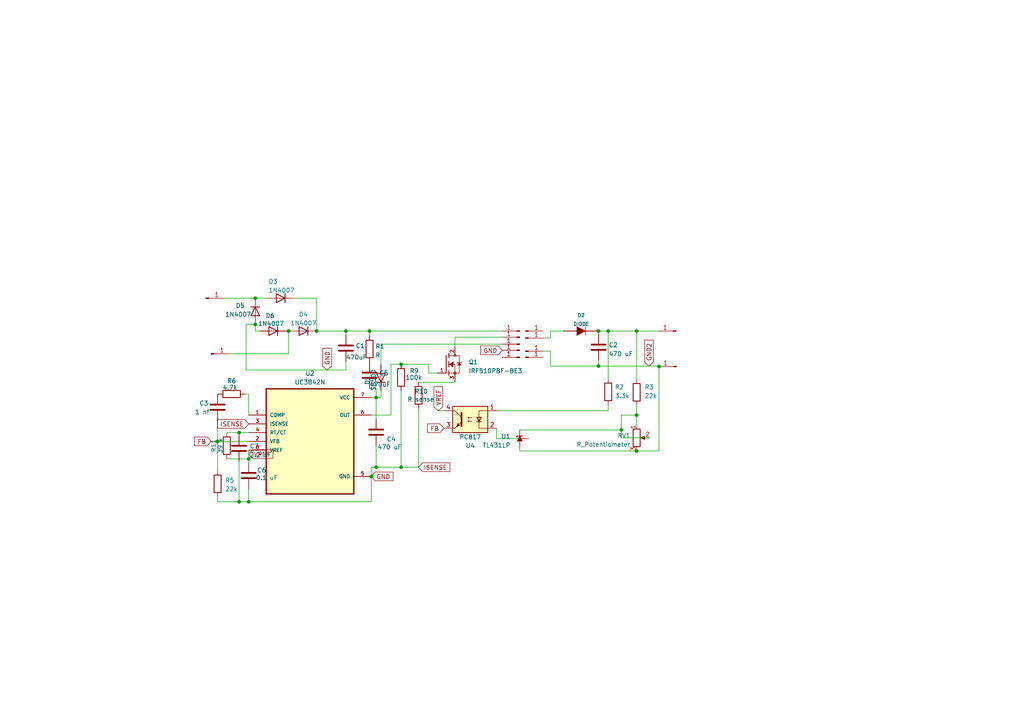
<source format=kicad_sch>
(kicad_sch (version 20230121) (generator eeschema)

  (uuid 7706260c-c91c-4177-b92b-41dcf5ad92e9)

  (paper "A4")

  (lib_symbols
    (symbol "Connector:Conn_01x01_Pin" (pin_names (offset 1.016) hide) (in_bom yes) (on_board yes)
      (property "Reference" "J" (at 0 2.54 0)
        (effects (font (size 1.27 1.27)))
      )
      (property "Value" "Conn_01x01_Pin" (at 0 -2.54 0)
        (effects (font (size 1.27 1.27)))
      )
      (property "Footprint" "" (at 0 0 0)
        (effects (font (size 1.27 1.27)) hide)
      )
      (property "Datasheet" "~" (at 0 0 0)
        (effects (font (size 1.27 1.27)) hide)
      )
      (property "ki_locked" "" (at 0 0 0)
        (effects (font (size 1.27 1.27)))
      )
      (property "ki_keywords" "connector" (at 0 0 0)
        (effects (font (size 1.27 1.27)) hide)
      )
      (property "ki_description" "Generic connector, single row, 01x01, script generated" (at 0 0 0)
        (effects (font (size 1.27 1.27)) hide)
      )
      (property "ki_fp_filters" "Connector*:*_1x??_*" (at 0 0 0)
        (effects (font (size 1.27 1.27)) hide)
      )
      (symbol "Conn_01x01_Pin_1_1"
        (polyline
          (pts
            (xy 1.27 0)
            (xy 0.8636 0)
          )
          (stroke (width 0.1524) (type default))
          (fill (type none))
        )
        (rectangle (start 0.8636 0.127) (end 0 -0.127)
          (stroke (width 0.1524) (type default))
          (fill (type outline))
        )
        (pin passive line (at 5.08 0 180) (length 3.81)
          (name "Pin_1" (effects (font (size 1.27 1.27))))
          (number "1" (effects (font (size 1.27 1.27))))
        )
      )
    )
    (symbol "Device:C" (pin_numbers hide) (pin_names (offset 0.254)) (in_bom yes) (on_board yes)
      (property "Reference" "C" (at 0.635 2.54 0)
        (effects (font (size 1.27 1.27)) (justify left))
      )
      (property "Value" "C" (at 0.635 -2.54 0)
        (effects (font (size 1.27 1.27)) (justify left))
      )
      (property "Footprint" "" (at 0.9652 -3.81 0)
        (effects (font (size 1.27 1.27)) hide)
      )
      (property "Datasheet" "~" (at 0 0 0)
        (effects (font (size 1.27 1.27)) hide)
      )
      (property "ki_keywords" "cap capacitor" (at 0 0 0)
        (effects (font (size 1.27 1.27)) hide)
      )
      (property "ki_description" "Unpolarized capacitor" (at 0 0 0)
        (effects (font (size 1.27 1.27)) hide)
      )
      (property "ki_fp_filters" "C_*" (at 0 0 0)
        (effects (font (size 1.27 1.27)) hide)
      )
      (symbol "C_0_1"
        (polyline
          (pts
            (xy -2.032 -0.762)
            (xy 2.032 -0.762)
          )
          (stroke (width 0.508) (type default))
          (fill (type none))
        )
        (polyline
          (pts
            (xy -2.032 0.762)
            (xy 2.032 0.762)
          )
          (stroke (width 0.508) (type default))
          (fill (type none))
        )
      )
      (symbol "C_1_1"
        (pin passive line (at 0 3.81 270) (length 2.794)
          (name "~" (effects (font (size 1.27 1.27))))
          (number "1" (effects (font (size 1.27 1.27))))
        )
        (pin passive line (at 0 -3.81 90) (length 2.794)
          (name "~" (effects (font (size 1.27 1.27))))
          (number "2" (effects (font (size 1.27 1.27))))
        )
      )
    )
    (symbol "Device:R" (pin_numbers hide) (pin_names (offset 0)) (in_bom yes) (on_board yes)
      (property "Reference" "R" (at 2.032 0 90)
        (effects (font (size 1.27 1.27)))
      )
      (property "Value" "R" (at 0 0 90)
        (effects (font (size 1.27 1.27)))
      )
      (property "Footprint" "" (at -1.778 0 90)
        (effects (font (size 1.27 1.27)) hide)
      )
      (property "Datasheet" "~" (at 0 0 0)
        (effects (font (size 1.27 1.27)) hide)
      )
      (property "ki_keywords" "R res resistor" (at 0 0 0)
        (effects (font (size 1.27 1.27)) hide)
      )
      (property "ki_description" "Resistor" (at 0 0 0)
        (effects (font (size 1.27 1.27)) hide)
      )
      (property "ki_fp_filters" "R_*" (at 0 0 0)
        (effects (font (size 1.27 1.27)) hide)
      )
      (symbol "R_0_1"
        (rectangle (start -1.016 -2.54) (end 1.016 2.54)
          (stroke (width 0.254) (type default))
          (fill (type none))
        )
      )
      (symbol "R_1_1"
        (pin passive line (at 0 3.81 270) (length 1.27)
          (name "~" (effects (font (size 1.27 1.27))))
          (number "1" (effects (font (size 1.27 1.27))))
        )
        (pin passive line (at 0 -3.81 90) (length 1.27)
          (name "~" (effects (font (size 1.27 1.27))))
          (number "2" (effects (font (size 1.27 1.27))))
        )
      )
    )
    (symbol "Device:R_Potentiometer" (pin_names (offset 1.016) hide) (in_bom yes) (on_board yes)
      (property "Reference" "RV" (at -4.445 0 90)
        (effects (font (size 1.27 1.27)))
      )
      (property "Value" "R_Potentiometer" (at -2.54 0 90)
        (effects (font (size 1.27 1.27)))
      )
      (property "Footprint" "" (at 0 0 0)
        (effects (font (size 1.27 1.27)) hide)
      )
      (property "Datasheet" "~" (at 0 0 0)
        (effects (font (size 1.27 1.27)) hide)
      )
      (property "ki_keywords" "resistor variable" (at 0 0 0)
        (effects (font (size 1.27 1.27)) hide)
      )
      (property "ki_description" "Potentiometer" (at 0 0 0)
        (effects (font (size 1.27 1.27)) hide)
      )
      (property "ki_fp_filters" "Potentiometer*" (at 0 0 0)
        (effects (font (size 1.27 1.27)) hide)
      )
      (symbol "R_Potentiometer_0_1"
        (polyline
          (pts
            (xy 2.54 0)
            (xy 1.524 0)
          )
          (stroke (width 0) (type default))
          (fill (type none))
        )
        (polyline
          (pts
            (xy 1.143 0)
            (xy 2.286 0.508)
            (xy 2.286 -0.508)
            (xy 1.143 0)
          )
          (stroke (width 0) (type default))
          (fill (type outline))
        )
        (rectangle (start 1.016 2.54) (end -1.016 -2.54)
          (stroke (width 0.254) (type default))
          (fill (type none))
        )
      )
      (symbol "R_Potentiometer_1_1"
        (pin passive line (at 0 3.81 270) (length 1.27)
          (name "1" (effects (font (size 1.27 1.27))))
          (number "1" (effects (font (size 1.27 1.27))))
        )
        (pin passive line (at 3.81 0 180) (length 1.27)
          (name "2" (effects (font (size 1.27 1.27))))
          (number "2" (effects (font (size 1.27 1.27))))
        )
        (pin passive line (at 0 -3.81 90) (length 1.27)
          (name "3" (effects (font (size 1.27 1.27))))
          (number "3" (effects (font (size 1.27 1.27))))
        )
      )
    )
    (symbol "Diode:1N4007" (pin_numbers hide) (pin_names hide) (in_bom yes) (on_board yes)
      (property "Reference" "D" (at 0 2.54 0)
        (effects (font (size 1.27 1.27)))
      )
      (property "Value" "1N4007" (at 0 -2.54 0)
        (effects (font (size 1.27 1.27)))
      )
      (property "Footprint" "Diode_THT:D_DO-41_SOD81_P10.16mm_Horizontal" (at 0 -4.445 0)
        (effects (font (size 1.27 1.27)) hide)
      )
      (property "Datasheet" "http://www.vishay.com/docs/88503/1n4001.pdf" (at 0 0 0)
        (effects (font (size 1.27 1.27)) hide)
      )
      (property "Sim.Device" "D" (at 0 0 0)
        (effects (font (size 1.27 1.27)) hide)
      )
      (property "Sim.Pins" "1=K 2=A" (at 0 0 0)
        (effects (font (size 1.27 1.27)) hide)
      )
      (property "ki_keywords" "diode" (at 0 0 0)
        (effects (font (size 1.27 1.27)) hide)
      )
      (property "ki_description" "1000V 1A General Purpose Rectifier Diode, DO-41" (at 0 0 0)
        (effects (font (size 1.27 1.27)) hide)
      )
      (property "ki_fp_filters" "D*DO?41*" (at 0 0 0)
        (effects (font (size 1.27 1.27)) hide)
      )
      (symbol "1N4007_0_1"
        (polyline
          (pts
            (xy -1.27 1.27)
            (xy -1.27 -1.27)
          )
          (stroke (width 0.254) (type default))
          (fill (type none))
        )
        (polyline
          (pts
            (xy 1.27 0)
            (xy -1.27 0)
          )
          (stroke (width 0) (type default))
          (fill (type none))
        )
        (polyline
          (pts
            (xy 1.27 1.27)
            (xy 1.27 -1.27)
            (xy -1.27 0)
            (xy 1.27 1.27)
          )
          (stroke (width 0.254) (type default))
          (fill (type none))
        )
      )
      (symbol "1N4007_1_1"
        (pin passive line (at -3.81 0 0) (length 2.54)
          (name "K" (effects (font (size 1.27 1.27))))
          (number "1" (effects (font (size 1.27 1.27))))
        )
        (pin passive line (at 3.81 0 180) (length 2.54)
          (name "A" (effects (font (size 1.27 1.27))))
          (number "2" (effects (font (size 1.27 1.27))))
        )
      )
    )
    (symbol "EESTN5:DIODE" (pin_numbers hide) (pin_names (offset 1.016) hide) (in_bom yes) (on_board yes)
      (property "Reference" "D" (at 0 2.54 0)
        (effects (font (size 1.016 1.016)))
      )
      (property "Value" "DIODE" (at 0 -2.54 0)
        (effects (font (size 1.016 1.016)))
      )
      (property "Footprint" "" (at 0 0 0)
        (effects (font (size 1.524 1.524)))
      )
      (property "Datasheet" "" (at 0 0 0)
        (effects (font (size 1.524 1.524)))
      )
      (property "ki_fp_filters" "D* S*" (at 0 0 0)
        (effects (font (size 1.27 1.27)) hide)
      )
      (symbol "DIODE_0_1"
        (polyline
          (pts
            (xy 1.27 1.27)
            (xy 1.27 -1.27)
          )
          (stroke (width 0.1524) (type solid))
          (fill (type none))
        )
        (polyline
          (pts
            (xy -1.27 1.27)
            (xy 1.27 0)
            (xy -1.27 -1.27)
          )
          (stroke (width 0) (type solid))
          (fill (type outline))
        )
      )
      (symbol "DIODE_1_1"
        (pin passive line (at -5.08 0 0) (length 3.81)
          (name "A" (effects (font (size 1.016 1.016))))
          (number "1" (effects (font (size 1.016 1.016))))
        )
        (pin passive line (at 5.08 0 180) (length 3.81)
          (name "K" (effects (font (size 1.016 1.016))))
          (number "2" (effects (font (size 1.016 1.016))))
        )
      )
    )
    (symbol "IRF510PBF-BE3:IRF510PBF-BE3" (pin_names (offset 1.016)) (in_bom yes) (on_board yes)
      (property "Reference" "Q" (at -8.89 2.54 0)
        (effects (font (size 1.27 1.27)) (justify left bottom))
      )
      (property "Value" "IRF510PBF-BE3" (at -8.89 -7.62 0)
        (effects (font (size 1.27 1.27)) (justify left bottom))
      )
      (property "Footprint" "IRF510PBF-BE3:TO254P1051X465X1931-3" (at 0 0 0)
        (effects (font (size 1.27 1.27)) (justify bottom) hide)
      )
      (property "Datasheet" "" (at 0 0 0)
        (effects (font (size 1.27 1.27)) hide)
      )
      (property "MF" "Vishay Intertechnology" (at 0 0 0)
        (effects (font (size 1.27 1.27)) (justify bottom) hide)
      )
      (property "MAXIMUM_PACKAGE_HEIGHT" "19.31mm" (at 0 0 0)
        (effects (font (size 1.27 1.27)) (justify bottom) hide)
      )
      (property "Package" "None" (at 0 0 0)
        (effects (font (size 1.27 1.27)) (justify bottom) hide)
      )
      (property "Price" "None" (at 0 0 0)
        (effects (font (size 1.27 1.27)) (justify bottom) hide)
      )
      (property "Check_prices" "https://www.snapeda.com/parts/IRF510PBFBE3/Vishay/view-part/?ref=eda" (at 0 0 0)
        (effects (font (size 1.27 1.27)) (justify bottom) hide)
      )
      (property "STANDARD" "IPC 7351B" (at 0 0 0)
        (effects (font (size 1.27 1.27)) (justify bottom) hide)
      )
      (property "PARTREV" "D" (at 0 0 0)
        (effects (font (size 1.27 1.27)) (justify bottom) hide)
      )
      (property "SnapEDA_Link" "https://www.snapeda.com/parts/IRF510PBFBE3/Vishay/view-part/?ref=snap" (at 0 0 0)
        (effects (font (size 1.27 1.27)) (justify bottom) hide)
      )
      (property "MP" "IRF510PBFBE3" (at 0 0 0)
        (effects (font (size 1.27 1.27)) (justify bottom) hide)
      )
      (property "Description" "\n                        \n                            MOSFET, N-CH, 100V, 5.6A, TO-220AB; Transistor Polarity:N Channel; Drain Source Voltage Vds:100V; Continuous Drain Current Id:5.6A; On Resistance Rds(on):0.54ohm; Transistor Mounting:Through Hole; Rds(on) Test Voltage Vgs:10V RoHS Compliant: Yes\n                        \n" (at 0 0 0)
        (effects (font (size 1.27 1.27)) (justify bottom) hide)
      )
      (property "Availability" "In Stock" (at 0 0 0)
        (effects (font (size 1.27 1.27)) (justify bottom) hide)
      )
      (property "MANUFACTURER" "Vishay Siliconix" (at 0 0 0)
        (effects (font (size 1.27 1.27)) (justify bottom) hide)
      )
      (symbol "IRF510PBF-BE3_0_0"
        (polyline
          (pts
            (xy 0 2.54)
            (xy 0 -2.54)
          )
          (stroke (width 0.254) (type default))
          (fill (type none))
        )
        (polyline
          (pts
            (xy 0.762 -2.54)
            (xy 0.762 -3.175)
          )
          (stroke (width 0.254) (type default))
          (fill (type none))
        )
        (polyline
          (pts
            (xy 0.762 -1.905)
            (xy 0.762 -2.54)
          )
          (stroke (width 0.254) (type default))
          (fill (type none))
        )
        (polyline
          (pts
            (xy 0.762 0)
            (xy 0.762 -0.762)
          )
          (stroke (width 0.254) (type default))
          (fill (type none))
        )
        (polyline
          (pts
            (xy 0.762 0)
            (xy 2.54 0)
          )
          (stroke (width 0.1524) (type default))
          (fill (type none))
        )
        (polyline
          (pts
            (xy 0.762 0.762)
            (xy 0.762 0)
          )
          (stroke (width 0.254) (type default))
          (fill (type none))
        )
        (polyline
          (pts
            (xy 0.762 2.54)
            (xy 0.762 1.905)
          )
          (stroke (width 0.254) (type default))
          (fill (type none))
        )
        (polyline
          (pts
            (xy 0.762 2.54)
            (xy 3.81 2.54)
          )
          (stroke (width 0.1524) (type default))
          (fill (type none))
        )
        (polyline
          (pts
            (xy 0.762 3.175)
            (xy 0.762 2.54)
          )
          (stroke (width 0.254) (type default))
          (fill (type none))
        )
        (polyline
          (pts
            (xy 2.54 -2.54)
            (xy 0.762 -2.54)
          )
          (stroke (width 0.1524) (type default))
          (fill (type none))
        )
        (polyline
          (pts
            (xy 2.54 -2.54)
            (xy 3.81 -2.54)
          )
          (stroke (width 0.1524) (type default))
          (fill (type none))
        )
        (polyline
          (pts
            (xy 2.54 0)
            (xy 2.54 -2.54)
          )
          (stroke (width 0.1524) (type default))
          (fill (type none))
        )
        (polyline
          (pts
            (xy 3.302 0.508)
            (xy 3.048 0.254)
          )
          (stroke (width 0.1524) (type default))
          (fill (type none))
        )
        (polyline
          (pts
            (xy 3.81 0.508)
            (xy 3.302 0.508)
          )
          (stroke (width 0.1524) (type default))
          (fill (type none))
        )
        (polyline
          (pts
            (xy 3.81 0.508)
            (xy 3.81 -2.54)
          )
          (stroke (width 0.1524) (type default))
          (fill (type none))
        )
        (polyline
          (pts
            (xy 3.81 2.54)
            (xy 3.81 0.508)
          )
          (stroke (width 0.1524) (type default))
          (fill (type none))
        )
        (polyline
          (pts
            (xy 4.318 0.508)
            (xy 3.81 0.508)
          )
          (stroke (width 0.1524) (type default))
          (fill (type none))
        )
        (polyline
          (pts
            (xy 4.572 0.762)
            (xy 4.318 0.508)
          )
          (stroke (width 0.1524) (type default))
          (fill (type none))
        )
        (polyline
          (pts
            (xy 1.016 0)
            (xy 2.032 0.762)
            (xy 2.032 -0.762)
            (xy 1.016 0)
          )
          (stroke (width 0.1524) (type default))
          (fill (type outline))
        )
        (polyline
          (pts
            (xy 3.81 0.508)
            (xy 3.302 -0.254)
            (xy 4.318 -0.254)
            (xy 3.81 0.508)
          )
          (stroke (width 0.1524) (type default))
          (fill (type outline))
        )
        (circle (center 2.54 -2.54) (radius 0.3592)
          (stroke (width 0) (type default))
          (fill (type none))
        )
        (circle (center 2.54 2.54) (radius 0.3592)
          (stroke (width 0) (type default))
          (fill (type none))
        )
        (pin passive line (at -2.54 -2.54 0) (length 2.54)
          (name "~" (effects (font (size 1.016 1.016))))
          (number "1" (effects (font (size 1.016 1.016))))
        )
        (pin passive line (at 2.54 5.08 270) (length 2.54)
          (name "~" (effects (font (size 1.016 1.016))))
          (number "2" (effects (font (size 1.016 1.016))))
        )
        (pin passive line (at 2.54 -5.08 90) (length 2.54)
          (name "~" (effects (font (size 1.016 1.016))))
          (number "3" (effects (font (size 1.016 1.016))))
        )
      )
    )
    (symbol "Isolator:PC817" (pin_names (offset 1.016)) (in_bom yes) (on_board yes)
      (property "Reference" "U" (at -5.08 5.08 0)
        (effects (font (size 1.27 1.27)) (justify left))
      )
      (property "Value" "PC817" (at 0 5.08 0)
        (effects (font (size 1.27 1.27)) (justify left))
      )
      (property "Footprint" "Package_DIP:DIP-4_W7.62mm" (at -5.08 -5.08 0)
        (effects (font (size 1.27 1.27) italic) (justify left) hide)
      )
      (property "Datasheet" "http://www.soselectronic.cz/a_info/resource/d/pc817.pdf" (at 0 0 0)
        (effects (font (size 1.27 1.27)) (justify left) hide)
      )
      (property "ki_keywords" "NPN DC Optocoupler" (at 0 0 0)
        (effects (font (size 1.27 1.27)) hide)
      )
      (property "ki_description" "DC Optocoupler, Vce 35V, CTR 50-300%, DIP-4" (at 0 0 0)
        (effects (font (size 1.27 1.27)) hide)
      )
      (property "ki_fp_filters" "DIP*W7.62mm*" (at 0 0 0)
        (effects (font (size 1.27 1.27)) hide)
      )
      (symbol "PC817_0_1"
        (rectangle (start -5.08 3.81) (end 5.08 -3.81)
          (stroke (width 0.254) (type default))
          (fill (type background))
        )
        (polyline
          (pts
            (xy -3.175 -0.635)
            (xy -1.905 -0.635)
          )
          (stroke (width 0.254) (type default))
          (fill (type none))
        )
        (polyline
          (pts
            (xy 2.54 0.635)
            (xy 4.445 2.54)
          )
          (stroke (width 0) (type default))
          (fill (type none))
        )
        (polyline
          (pts
            (xy 4.445 -2.54)
            (xy 2.54 -0.635)
          )
          (stroke (width 0) (type default))
          (fill (type outline))
        )
        (polyline
          (pts
            (xy 4.445 -2.54)
            (xy 5.08 -2.54)
          )
          (stroke (width 0) (type default))
          (fill (type none))
        )
        (polyline
          (pts
            (xy 4.445 2.54)
            (xy 5.08 2.54)
          )
          (stroke (width 0) (type default))
          (fill (type none))
        )
        (polyline
          (pts
            (xy -5.08 2.54)
            (xy -2.54 2.54)
            (xy -2.54 -0.635)
          )
          (stroke (width 0) (type default))
          (fill (type none))
        )
        (polyline
          (pts
            (xy -2.54 -0.635)
            (xy -2.54 -2.54)
            (xy -5.08 -2.54)
          )
          (stroke (width 0) (type default))
          (fill (type none))
        )
        (polyline
          (pts
            (xy 2.54 1.905)
            (xy 2.54 -1.905)
            (xy 2.54 -1.905)
          )
          (stroke (width 0.508) (type default))
          (fill (type none))
        )
        (polyline
          (pts
            (xy -2.54 -0.635)
            (xy -3.175 0.635)
            (xy -1.905 0.635)
            (xy -2.54 -0.635)
          )
          (stroke (width 0.254) (type default))
          (fill (type none))
        )
        (polyline
          (pts
            (xy -0.508 -0.508)
            (xy 0.762 -0.508)
            (xy 0.381 -0.635)
            (xy 0.381 -0.381)
            (xy 0.762 -0.508)
          )
          (stroke (width 0) (type default))
          (fill (type none))
        )
        (polyline
          (pts
            (xy -0.508 0.508)
            (xy 0.762 0.508)
            (xy 0.381 0.381)
            (xy 0.381 0.635)
            (xy 0.762 0.508)
          )
          (stroke (width 0) (type default))
          (fill (type none))
        )
        (polyline
          (pts
            (xy 3.048 -1.651)
            (xy 3.556 -1.143)
            (xy 4.064 -2.159)
            (xy 3.048 -1.651)
            (xy 3.048 -1.651)
          )
          (stroke (width 0) (type default))
          (fill (type outline))
        )
      )
      (symbol "PC817_1_1"
        (pin passive line (at -7.62 2.54 0) (length 2.54)
          (name "~" (effects (font (size 1.27 1.27))))
          (number "1" (effects (font (size 1.27 1.27))))
        )
        (pin passive line (at -7.62 -2.54 0) (length 2.54)
          (name "~" (effects (font (size 1.27 1.27))))
          (number "2" (effects (font (size 1.27 1.27))))
        )
        (pin passive line (at 7.62 -2.54 180) (length 2.54)
          (name "~" (effects (font (size 1.27 1.27))))
          (number "3" (effects (font (size 1.27 1.27))))
        )
        (pin passive line (at 7.62 2.54 180) (length 2.54)
          (name "~" (effects (font (size 1.27 1.27))))
          (number "4" (effects (font (size 1.27 1.27))))
        )
      )
    )
    (symbol "Reference_Voltage:TL431LP" (pin_numbers hide) (pin_names hide) (in_bom yes) (on_board yes)
      (property "Reference" "U" (at -2.54 2.54 0)
        (effects (font (size 1.27 1.27)))
      )
      (property "Value" "TL431LP" (at 0 -2.54 0)
        (effects (font (size 1.27 1.27)))
      )
      (property "Footprint" "Package_TO_SOT_THT:TO-92_Inline" (at 0 -3.81 0)
        (effects (font (size 1.27 1.27) italic) hide)
      )
      (property "Datasheet" "http://www.ti.com/lit/ds/symlink/tl431.pdf" (at 0 0 0)
        (effects (font (size 1.27 1.27) italic) hide)
      )
      (property "ki_keywords" "diode device regulator shunt" (at 0 0 0)
        (effects (font (size 1.27 1.27)) hide)
      )
      (property "ki_description" "Shunt Regulator, TO-92" (at 0 0 0)
        (effects (font (size 1.27 1.27)) hide)
      )
      (property "ki_fp_filters" "TO*92*" (at 0 0 0)
        (effects (font (size 1.27 1.27)) hide)
      )
      (symbol "TL431LP_0_1"
        (polyline
          (pts
            (xy -1.27 0)
            (xy 0 0)
            (xy 1.27 0)
          )
          (stroke (width 0) (type default))
          (fill (type none))
        )
        (polyline
          (pts
            (xy -0.762 0.762)
            (xy 0.762 0)
            (xy -0.762 -0.762)
          )
          (stroke (width 0) (type default))
          (fill (type outline))
        )
        (polyline
          (pts
            (xy 0.508 -1.016)
            (xy 0.762 -0.762)
            (xy 0.762 0.762)
            (xy 0.762 0.762)
          )
          (stroke (width 0.254) (type default))
          (fill (type none))
        )
      )
      (symbol "TL431LP_1_1"
        (pin passive line (at 0 2.54 270) (length 2.54)
          (name "REF" (effects (font (size 1.27 1.27))))
          (number "1" (effects (font (size 1.27 1.27))))
        )
        (pin passive line (at -2.54 0 0) (length 2.54)
          (name "A" (effects (font (size 1.27 1.27))))
          (number "2" (effects (font (size 1.27 1.27))))
        )
        (pin passive line (at 2.54 0 180) (length 2.54)
          (name "K" (effects (font (size 1.27 1.27))))
          (number "3" (effects (font (size 1.27 1.27))))
        )
      )
    )
    (symbol "UC3842N:UC3842N" (pin_names (offset 1.016)) (in_bom yes) (on_board yes)
      (property "Reference" "U" (at -12.7 16.24 0)
        (effects (font (size 1.27 1.27)) (justify left bottom))
      )
      (property "Value" "UC3842N" (at -12.7 -19.24 0)
        (effects (font (size 1.27 1.27)) (justify left bottom))
      )
      (property "Footprint" "UC3842N:DIP794W45P254L959H508Q8" (at 0 0 0)
        (effects (font (size 1.27 1.27)) (justify bottom) hide)
      )
      (property "Datasheet" "" (at 0 0 0)
        (effects (font (size 1.27 1.27)) hide)
      )
      (property "MF" "Texas Instruments" (at 0 0 0)
        (effects (font (size 1.27 1.27)) (justify bottom) hide)
      )
      (property "Description" "\n                        \n                            Single ended 500KHz current mode PWM controller with 16V/10V UVLO 100% duty cycle, 0C to 70C\n                        \n" (at 0 0 0)
        (effects (font (size 1.27 1.27)) (justify bottom) hide)
      )
      (property "Package" "PDIP-8 Texas" (at 0 0 0)
        (effects (font (size 1.27 1.27)) (justify bottom) hide)
      )
      (property "Price" "None" (at 0 0 0)
        (effects (font (size 1.27 1.27)) (justify bottom) hide)
      )
      (property "SnapEDA_Link" "https://www.snapeda.com/parts/UC3842N/Texas+Instruments/view-part/?ref=snap" (at 0 0 0)
        (effects (font (size 1.27 1.27)) (justify bottom) hide)
      )
      (property "MP" "UC3842N" (at 0 0 0)
        (effects (font (size 1.27 1.27)) (justify bottom) hide)
      )
      (property "Availability" "In Stock" (at 0 0 0)
        (effects (font (size 1.27 1.27)) (justify bottom) hide)
      )
      (property "Check_prices" "https://www.snapeda.com/parts/UC3842N/Texas+Instruments/view-part/?ref=eda" (at 0 0 0)
        (effects (font (size 1.27 1.27)) (justify bottom) hide)
      )
      (symbol "UC3842N_0_0"
        (rectangle (start -12.7 -15.24) (end 12.7 15.24)
          (stroke (width 0.41) (type default))
          (fill (type background))
        )
        (pin input line (at -17.78 7.62 0) (length 5.08)
          (name "COMP" (effects (font (size 1.016 1.016))))
          (number "1" (effects (font (size 1.016 1.016))))
        )
        (pin input line (at -17.78 0 0) (length 5.08)
          (name "VFB" (effects (font (size 1.016 1.016))))
          (number "2" (effects (font (size 1.016 1.016))))
        )
        (pin input line (at -17.78 5.08 0) (length 5.08)
          (name "ISENSE" (effects (font (size 1.016 1.016))))
          (number "3" (effects (font (size 1.016 1.016))))
        )
        (pin input line (at -17.78 2.54 0) (length 5.08)
          (name "RT/CT" (effects (font (size 1.016 1.016))))
          (number "4" (effects (font (size 1.016 1.016))))
        )
        (pin power_in line (at 17.78 -10.16 180) (length 5.08)
          (name "GND" (effects (font (size 1.016 1.016))))
          (number "5" (effects (font (size 1.016 1.016))))
        )
        (pin output line (at 17.78 7.62 180) (length 5.08)
          (name "OUT" (effects (font (size 1.016 1.016))))
          (number "6" (effects (font (size 1.016 1.016))))
        )
        (pin power_in line (at 17.78 12.7 180) (length 5.08)
          (name "VCC" (effects (font (size 1.016 1.016))))
          (number "7" (effects (font (size 1.016 1.016))))
        )
        (pin input line (at -17.78 -2.54 0) (length 5.08)
          (name "VREF" (effects (font (size 1.016 1.016))))
          (number "8" (effects (font (size 1.016 1.016))))
        )
      )
    )
  )

  (junction (at 109.093 135.509) (diameter 0) (color 0 0 0 0)
    (uuid 014fb7ef-0734-4e29-8acc-97ae14f3811a)
  )
  (junction (at 184.658 96.012) (diameter 0) (color 0 0 0 0)
    (uuid 0307eb54-9a18-465b-b45d-3e60596a0f2d)
  )
  (junction (at 100.33 96.012) (diameter 0) (color 0 0 0 0)
    (uuid 063d323e-f139-4021-8162-217651948afb)
  )
  (junction (at 63.119 128.016) (diameter 0) (color 0 0 0 0)
    (uuid 2018b782-c2cc-41ed-92ac-7a68d19cef83)
  )
  (junction (at 107.188 96.012) (diameter 0) (color 0 0 0 0)
    (uuid 2048b614-c663-40c3-9736-13bc18a2e5ce)
  )
  (junction (at 184.658 130.81) (diameter 0) (color 0 0 0 0)
    (uuid 22eca6a1-c03f-4617-8171-508816a1d0fb)
  )
  (junction (at 107.696 138.176) (diameter 0) (color 0 0 0 0)
    (uuid 232d6e7c-f41d-42e9-a9a5-63aa59ef7794)
  )
  (junction (at 72.136 133.096) (diameter 0) (color 0 0 0 0)
    (uuid 2e6a54c9-b681-4dd5-9dfa-b3739558a574)
  )
  (junction (at 176.403 96.012) (diameter 0) (color 0 0 0 0)
    (uuid 69edfee3-8bef-45f3-a9ce-bbbc0e3d3ccf)
  )
  (junction (at 69.342 145.542) (diameter 0) (color 0 0 0 0)
    (uuid 6f563ade-d710-441a-8b02-a6c70100e2af)
  )
  (junction (at 91.821 96.012) (diameter 0) (color 0 0 0 0)
    (uuid 715f9f88-8b84-4e98-9cf5-e4037bf8e173)
  )
  (junction (at 184.658 120.396) (diameter 0) (color 0 0 0 0)
    (uuid 7b604120-71de-42de-8569-4cecbf9b4e74)
  )
  (junction (at 109.093 115.316) (diameter 0) (color 0 0 0 0)
    (uuid 7fcdd11d-a1f9-4acd-b903-308b723ffadd)
  )
  (junction (at 173.609 96.012) (diameter 0) (color 0 0 0 0)
    (uuid 84cb4a4b-d7c6-48e7-9015-60490698ae49)
  )
  (junction (at 72.136 145.542) (diameter 0) (color 0 0 0 0)
    (uuid acd5034f-e3c5-42ea-8dbf-177e99ec3ebe)
  )
  (junction (at 74.041 94.107) (diameter 0) (color 0 0 0 0)
    (uuid b745ea08-4cd0-4eb3-94df-9609ab08e359)
  )
  (junction (at 69.342 125.476) (diameter 0) (color 0 0 0 0)
    (uuid bc86cd1e-2d82-49e4-8564-eef868043803)
  )
  (junction (at 116.332 105.664) (diameter 0) (color 0 0 0 0)
    (uuid c0a9fffb-af2e-4e8a-92f0-e33790335f45)
  )
  (junction (at 116.332 135.509) (diameter 0) (color 0 0 0 0)
    (uuid d4763518-e245-4126-820d-5278704fc5ad)
  )
  (junction (at 74.041 86.487) (diameter 0) (color 0 0 0 0)
    (uuid e2f98290-ca7a-4cbd-86a6-8114d0a4569c)
  )
  (junction (at 173.609 106.172) (diameter 0) (color 0 0 0 0)
    (uuid ed32feb4-2dd2-48df-9a53-5f9bc0e14a2a)
  )
  (junction (at 180.213 124.714) (diameter 0) (color 0 0 0 0)
    (uuid eed1ef5b-8edc-49b3-b6ab-0c84c896fca9)
  )
  (junction (at 83.693 96.012) (diameter 0) (color 0 0 0 0)
    (uuid fb16d5ac-185b-4804-afec-6d3c6f2dd588)
  )
  (junction (at 191.135 106.299) (diameter 0) (color 0 0 0 0)
    (uuid ff9526db-0eed-41d9-a1f2-70ea5f889d0f)
  )

  (wire (pts (xy 180.213 120.396) (xy 180.213 124.714))
    (stroke (width 0) (type default))
    (uuid 0348d3af-92b1-4597-9128-a9b4db6086e7)
  )
  (wire (pts (xy 83.058 96.012) (xy 83.693 96.012))
    (stroke (width 0) (type default))
    (uuid 063f6b7a-c0f0-48a5-9193-f037624c212d)
  )
  (wire (pts (xy 65.786 125.476) (xy 69.342 125.476))
    (stroke (width 0) (type default))
    (uuid 07ef12d8-2a3d-4079-a0c8-f7c18c2e5d89)
  )
  (wire (pts (xy 72.136 133.096) (xy 72.136 134.112))
    (stroke (width 0) (type default))
    (uuid 08ac37d8-5468-4a95-8b55-0f8e5a51bc63)
  )
  (wire (pts (xy 131.953 97.79) (xy 131.953 100.584))
    (stroke (width 0) (type default))
    (uuid 0b0a3f15-4544-4528-975e-ca90975e5e9a)
  )
  (wire (pts (xy 69.342 145.542) (xy 72.136 145.542))
    (stroke (width 0) (type default))
    (uuid 0f1138b1-ea87-41c9-b6f3-d87b7f58cdad)
  )
  (wire (pts (xy 173.609 106.172) (xy 191.135 106.172))
    (stroke (width 0) (type default))
    (uuid 0fcc99bd-b022-49bf-a5e6-a92ddb2c52d7)
  )
  (wire (pts (xy 159.639 96.012) (xy 163.449 96.012))
    (stroke (width 0) (type default))
    (uuid 0ff019b0-7b66-487f-a943-957ff7f9d030)
  )
  (wire (pts (xy 70.993 114.3) (xy 72.136 114.3))
    (stroke (width 0) (type default))
    (uuid 1662b715-732f-4a13-b04e-f6a302d60105)
  )
  (wire (pts (xy 63.119 128.016) (xy 72.136 128.016))
    (stroke (width 0) (type default))
    (uuid 16f48d71-1836-4c11-be0c-29c78124eb3e)
  )
  (wire (pts (xy 116.332 113.284) (xy 116.332 135.509))
    (stroke (width 0) (type default))
    (uuid 1caf01ee-7846-41f4-9f74-d791d23053ae)
  )
  (wire (pts (xy 110.49 113.411) (xy 110.49 115.316))
    (stroke (width 0) (type default))
    (uuid 213ea24c-595e-4038-9691-9ff172604acf)
  )
  (wire (pts (xy 107.188 112.649) (xy 109.093 112.649))
    (stroke (width 0) (type default))
    (uuid 22912a1a-ac24-4b47-95f0-c5bce182df89)
  )
  (wire (pts (xy 72.136 114.3) (xy 72.136 120.396))
    (stroke (width 0) (type default))
    (uuid 25725574-199e-4910-839c-29d7064f6248)
  )
  (wire (pts (xy 153.289 127.254) (xy 144.018 127.254))
    (stroke (width 0) (type default))
    (uuid 26e84b7d-8fe1-4cc9-af96-6e2cac999a60)
  )
  (wire (pts (xy 107.696 135.509) (xy 109.093 135.509))
    (stroke (width 0) (type default))
    (uuid 2796d729-8662-4546-ae81-18a82e3965c4)
  )
  (wire (pts (xy 173.609 96.012) (xy 173.609 96.901))
    (stroke (width 0) (type default))
    (uuid 2ab82537-e297-4bd7-9070-85545473f9bf)
  )
  (wire (pts (xy 83.693 102.616) (xy 83.693 96.012))
    (stroke (width 0) (type default))
    (uuid 2f9c99d4-65a4-40f2-8ee8-e41a52d0fea9)
  )
  (wire (pts (xy 85.217 86.487) (xy 91.821 86.487))
    (stroke (width 0) (type default))
    (uuid 2fa6d26b-9a39-4b0f-9f32-9e4cb08784a7)
  )
  (wire (pts (xy 66.294 102.616) (xy 83.693 102.616))
    (stroke (width 0) (type default))
    (uuid 335c148d-f65d-4059-b003-eddd51b83119)
  )
  (wire (pts (xy 121.412 118.491) (xy 121.412 135.509))
    (stroke (width 0) (type default))
    (uuid 3667a248-ed2c-401d-9165-f7f43bc46c66)
  )
  (wire (pts (xy 159.639 106.172) (xy 173.609 106.172))
    (stroke (width 0) (type default))
    (uuid 377adc6e-184c-44eb-aaa2-6ce4951b8213)
  )
  (wire (pts (xy 63.119 121.92) (xy 63.119 128.016))
    (stroke (width 0) (type default))
    (uuid 3ada27c0-56c9-4089-8d9f-ae5dd5cbf9cf)
  )
  (wire (pts (xy 131.953 110.744) (xy 131.953 110.871))
    (stroke (width 0) (type default))
    (uuid 3b3f73a8-f276-4ae9-babd-5ac8c4034c97)
  )
  (wire (pts (xy 184.658 109.982) (xy 184.658 96.012))
    (stroke (width 0) (type default))
    (uuid 3e88956f-d8cc-4c2d-a7a9-ed0f2f8d4c11)
  )
  (wire (pts (xy 150.749 129.794) (xy 150.749 130.81))
    (stroke (width 0) (type default))
    (uuid 404a4d65-d7b2-4ae7-86b9-14b0c77d884d)
  )
  (wire (pts (xy 159.639 96.012) (xy 159.639 98.044))
    (stroke (width 0) (type default))
    (uuid 469142d7-b8b9-4891-be23-fe72467f87b2)
  )
  (wire (pts (xy 157.48 101.854) (xy 159.639 101.854))
    (stroke (width 0) (type default))
    (uuid 49f49522-57a1-4c48-a4a5-8af7bd013f1d)
  )
  (wire (pts (xy 69.342 125.476) (xy 72.136 125.476))
    (stroke (width 0) (type default))
    (uuid 49fd62a0-1fff-4935-811d-43b4dd737e47)
  )
  (wire (pts (xy 184.658 117.602) (xy 184.658 120.396))
    (stroke (width 0) (type default))
    (uuid 4af180d9-0109-4e4d-a0b3-6f48056e2aa1)
  )
  (wire (pts (xy 61.214 128.016) (xy 63.119 128.016))
    (stroke (width 0) (type default))
    (uuid 4b10a2c3-3936-417e-bbb1-a05fbfe00481)
  )
  (wire (pts (xy 191.135 130.81) (xy 191.135 106.299))
    (stroke (width 0) (type default))
    (uuid 522907bb-a2f6-4f5d-996e-ecf63adef73f)
  )
  (wire (pts (xy 173.609 106.172) (xy 173.609 104.521))
    (stroke (width 0) (type default))
    (uuid 52f1736c-5f83-4516-94b6-b46e0bb9ff63)
  )
  (wire (pts (xy 110.49 99.822) (xy 145.669 99.822))
    (stroke (width 0) (type default))
    (uuid 593500c2-f21d-414b-9c25-4fe3bb9b3a32)
  )
  (wire (pts (xy 107.696 135.509) (xy 107.696 138.176))
    (stroke (width 0) (type default))
    (uuid 5d5479d7-19bf-49ba-8680-65bfacb9a7b3)
  )
  (wire (pts (xy 63.119 114.3) (xy 63.373 114.3))
    (stroke (width 0) (type default))
    (uuid 5f72fdb3-007c-45a0-b42d-78fcc738d3f6)
  )
  (wire (pts (xy 110.49 115.316) (xy 109.093 115.316))
    (stroke (width 0) (type default))
    (uuid 6e06198a-2c88-4b2a-a2b5-d0bdefaa8a4e)
  )
  (wire (pts (xy 109.093 115.316) (xy 109.093 121.539))
    (stroke (width 0) (type default))
    (uuid 70b48b3d-3e5b-4b35-a845-8bfc23c43d22)
  )
  (wire (pts (xy 71.374 107.315) (xy 100.33 107.315))
    (stroke (width 0) (type default))
    (uuid 710599ea-06b2-4385-b06a-1c16eb000c2f)
  )
  (wire (pts (xy 116.332 105.664) (xy 124.333 105.664))
    (stroke (width 0) (type default))
    (uuid 71fe5982-25f6-4ac9-901d-83458bb1457b)
  )
  (wire (pts (xy 100.33 107.315) (xy 100.33 104.775))
    (stroke (width 0) (type default))
    (uuid 751c92e8-5609-48f4-911c-d8eb55d2a57e)
  )
  (wire (pts (xy 188.468 127) (xy 180.213 127))
    (stroke (width 0) (type default))
    (uuid 76657034-36cc-477f-be2f-cc536f4cfa4f)
  )
  (wire (pts (xy 100.33 96.012) (xy 107.188 96.012))
    (stroke (width 0) (type default))
    (uuid 78bed9ee-3227-4db8-bef5-7c3cc7f671c0)
  )
  (wire (pts (xy 184.658 96.012) (xy 191.008 96.012))
    (stroke (width 0) (type default))
    (uuid 7eaa14db-20b6-487a-8a26-9882cca24dd0)
  )
  (wire (pts (xy 144.018 127.254) (xy 144.018 124.206))
    (stroke (width 0) (type default))
    (uuid 7fa7b9ea-4a40-43b9-8cab-2f41f620a58e)
  )
  (wire (pts (xy 184.658 96.012) (xy 176.403 96.012))
    (stroke (width 0) (type default))
    (uuid 80028b42-d68f-4f8f-a221-fb59817fd002)
  )
  (wire (pts (xy 124.333 105.664) (xy 124.333 108.204))
    (stroke (width 0) (type default))
    (uuid 80dc2bd3-95c7-4b4e-925e-237b8e17a48b)
  )
  (wire (pts (xy 107.696 120.396) (xy 113.411 120.396))
    (stroke (width 0) (type default))
    (uuid 819e0b1e-36e6-40d5-b285-975a4840aaa9)
  )
  (wire (pts (xy 113.411 105.664) (xy 116.332 105.664))
    (stroke (width 0) (type default))
    (uuid 82656c02-7a77-400b-b3ca-846ecf5c2287)
  )
  (wire (pts (xy 72.136 133.096) (xy 72.136 130.556))
    (stroke (width 0) (type default))
    (uuid 87d46327-8c40-4365-b454-4b319f54d7e8)
  )
  (wire (pts (xy 109.093 135.509) (xy 116.332 135.509))
    (stroke (width 0) (type default))
    (uuid 8f0a29a0-00a7-4163-958c-a648ae13aba6)
  )
  (wire (pts (xy 116.332 135.509) (xy 121.412 135.509))
    (stroke (width 0) (type default))
    (uuid 8fa3d74f-ca74-4bc8-9ffd-0875be7c6ef5)
  )
  (wire (pts (xy 150.749 124.714) (xy 180.213 124.714))
    (stroke (width 0) (type default))
    (uuid 91f14cfa-cb2b-4036-a869-8445558b3484)
  )
  (wire (pts (xy 180.213 124.714) (xy 180.213 127))
    (stroke (width 0) (type default))
    (uuid 9db8ceb9-3903-45c4-9bc6-a0aa029ed0c9)
  )
  (wire (pts (xy 144.018 119.126) (xy 176.403 119.126))
    (stroke (width 0) (type default))
    (uuid 9e1c8f26-2254-4aa1-a88f-8ec5d62f8211)
  )
  (wire (pts (xy 69.342 126.238) (xy 69.342 125.476))
    (stroke (width 0) (type default))
    (uuid a2d969f0-6882-4e5a-8e55-ba4183c8a83f)
  )
  (wire (pts (xy 100.33 96.012) (xy 100.33 97.155))
    (stroke (width 0) (type default))
    (uuid a47e348c-5a6e-4488-bc33-9915f8da19e7)
  )
  (wire (pts (xy 124.333 108.204) (xy 126.873 108.204))
    (stroke (width 0) (type default))
    (uuid b6310086-6996-43ff-9601-43f6c2ba7777)
  )
  (wire (pts (xy 63.119 145.542) (xy 63.119 144.145))
    (stroke (width 0) (type default))
    (uuid b6c0b95d-0a30-4605-bbfb-aab347b6a336)
  )
  (wire (pts (xy 107.696 115.316) (xy 109.093 115.316))
    (stroke (width 0) (type default))
    (uuid bb81d87a-1cea-410e-8587-80fb2517fe58)
  )
  (wire (pts (xy 180.213 120.396) (xy 184.658 120.396))
    (stroke (width 0) (type default))
    (uuid bdee1693-18de-40e4-bfad-646f0b067bb4)
  )
  (wire (pts (xy 65.786 133.096) (xy 72.136 133.096))
    (stroke (width 0) (type default))
    (uuid c30b0c3e-8165-460e-b201-f4d0547a7773)
  )
  (wire (pts (xy 109.093 112.649) (xy 109.093 115.316))
    (stroke (width 0) (type default))
    (uuid c4b73c6f-ce8c-4a56-9a68-2ba7584310f9)
  )
  (wire (pts (xy 184.658 130.81) (xy 191.135 130.81))
    (stroke (width 0) (type default))
    (uuid c744b86f-2779-416d-a2ef-2fef75af25d6)
  )
  (wire (pts (xy 176.403 119.126) (xy 176.403 117.475))
    (stroke (width 0) (type default))
    (uuid c7b75194-6d8e-437e-8508-f55183400b6f)
  )
  (wire (pts (xy 107.188 96.012) (xy 145.669 96.012))
    (stroke (width 0) (type default))
    (uuid c9b880a3-e4d3-4faa-8b19-b1326b3ee971)
  )
  (wire (pts (xy 121.412 110.871) (xy 131.953 110.871))
    (stroke (width 0) (type default))
    (uuid ca34952c-3aa8-488e-8012-da6d18fbf5a6)
  )
  (wire (pts (xy 69.342 133.858) (xy 69.342 145.542))
    (stroke (width 0) (type default))
    (uuid ce57550c-6890-400d-8297-21bd04db20c3)
  )
  (wire (pts (xy 74.041 86.487) (xy 77.597 86.487))
    (stroke (width 0) (type default))
    (uuid d228f45e-065d-42c6-b3be-27810bd4d381)
  )
  (wire (pts (xy 110.49 105.791) (xy 110.49 99.822))
    (stroke (width 0) (type default))
    (uuid d579d1a6-32e3-4168-a9f9-bccff15b5665)
  )
  (wire (pts (xy 127.127 119.126) (xy 128.778 119.126))
    (stroke (width 0) (type default))
    (uuid d5b4f737-6f23-4fed-9bdd-7f481f6f2d11)
  )
  (wire (pts (xy 184.658 120.396) (xy 184.658 123.19))
    (stroke (width 0) (type default))
    (uuid d7f5eb1e-27c3-4641-8068-ca05c01d1f54)
  )
  (wire (pts (xy 72.136 145.542) (xy 107.696 145.542))
    (stroke (width 0) (type default))
    (uuid d82b57e4-6f16-41f8-b125-515bdf2dddaf)
  )
  (wire (pts (xy 107.188 96.012) (xy 107.188 97.409))
    (stroke (width 0) (type default))
    (uuid ddbfc833-37ed-4114-aa23-0f2030769eb5)
  )
  (wire (pts (xy 159.639 98.044) (xy 157.48 98.044))
    (stroke (width 0) (type default))
    (uuid ddfd5da9-9f4c-4779-bf28-e739e2f0de6d)
  )
  (wire (pts (xy 107.696 138.176) (xy 107.696 145.542))
    (stroke (width 0) (type default))
    (uuid de66666c-b1ce-4a23-abf7-35e0807771a1)
  )
  (wire (pts (xy 91.821 86.487) (xy 91.821 96.012))
    (stroke (width 0) (type default))
    (uuid e312052b-acb2-474a-8843-b07c35ae1976)
  )
  (wire (pts (xy 150.749 130.81) (xy 184.658 130.81))
    (stroke (width 0) (type default))
    (uuid e4b82403-0efa-433a-8799-ca903066bcb7)
  )
  (wire (pts (xy 159.639 101.854) (xy 159.639 106.172))
    (stroke (width 0) (type default))
    (uuid e6a549e7-9e40-41bc-b026-f0f4af1956c3)
  )
  (wire (pts (xy 63.119 145.542) (xy 69.342 145.542))
    (stroke (width 0) (type default))
    (uuid e7262cd3-2483-41eb-a26d-fbb3d6e4a5b8)
  )
  (wire (pts (xy 63.119 136.525) (xy 63.119 128.016))
    (stroke (width 0) (type default))
    (uuid e8add970-a1e5-41c9-8040-2e9eb5960e4a)
  )
  (wire (pts (xy 176.403 109.855) (xy 176.403 96.012))
    (stroke (width 0) (type default))
    (uuid eb104189-1d28-4cad-8fe9-8a8bc0bac542)
  )
  (wire (pts (xy 71.374 107.315) (xy 71.374 94.107))
    (stroke (width 0) (type default))
    (uuid ee05368e-35db-4d38-9e05-64a5783d30f1)
  )
  (wire (pts (xy 74.041 94.107) (xy 74.041 96.012))
    (stroke (width 0) (type default))
    (uuid eebc94bf-8b6d-4f89-b0fe-eaadee9598f4)
  )
  (wire (pts (xy 72.136 141.732) (xy 72.136 145.542))
    (stroke (width 0) (type default))
    (uuid f188889a-c946-44fa-a149-5d39f1447c1b)
  )
  (wire (pts (xy 145.669 97.79) (xy 131.953 97.79))
    (stroke (width 0) (type default))
    (uuid f27b3e0d-11ec-4d6c-96f2-ff1e90b342dd)
  )
  (wire (pts (xy 71.374 94.107) (xy 74.041 94.107))
    (stroke (width 0) (type default))
    (uuid f67f429f-d275-47d2-bb23-5a8ca58b25a3)
  )
  (wire (pts (xy 83.693 96.012) (xy 84.201 96.012))
    (stroke (width 0) (type default))
    (uuid f686f7b1-a6a5-4d14-af50-f692d0192ce8)
  )
  (wire (pts (xy 74.041 96.012) (xy 75.438 96.012))
    (stroke (width 0) (type default))
    (uuid f6a36964-ca26-4183-9c71-503a1566ae4a)
  )
  (wire (pts (xy 176.403 96.012) (xy 173.609 96.012))
    (stroke (width 0) (type default))
    (uuid f8d65c65-e3f0-42cd-8e14-9be39c46abeb)
  )
  (wire (pts (xy 191.135 106.299) (xy 191.135 106.172))
    (stroke (width 0) (type default))
    (uuid f990cb2b-9ab9-41ac-9f0c-fb16ded9460d)
  )
  (wire (pts (xy 109.093 129.159) (xy 109.093 135.509))
    (stroke (width 0) (type default))
    (uuid f9efac6e-e6eb-4bb0-b915-263a4a1ad2b3)
  )
  (wire (pts (xy 113.411 120.396) (xy 113.411 105.664))
    (stroke (width 0) (type default))
    (uuid faed36be-5288-48c8-9fe9-f02677825b66)
  )
  (wire (pts (xy 64.77 86.487) (xy 74.041 86.487))
    (stroke (width 0) (type default))
    (uuid fd142343-8dd3-41e3-8748-88c0e6165408)
  )
  (wire (pts (xy 91.821 96.012) (xy 100.33 96.012))
    (stroke (width 0) (type default))
    (uuid ffbacb09-743b-4429-be0f-ef756bad13df)
  )

  (global_label "VREF" (shape input) (at 127.127 119.126 90) (fields_autoplaced)
    (effects (font (size 1.27 1.27)) (justify left))
    (uuid 0a15fe62-9d85-4bb3-ab51-e398175f30d9)
    (property "Intersheetrefs" "${INTERSHEET_REFS}" (at 127.127 111.624 90)
      (effects (font (size 1.27 1.27)) (justify left) hide)
    )
  )
  (global_label "GND" (shape input) (at 107.696 138.176 0) (fields_autoplaced)
    (effects (font (size 1.27 1.27)) (justify left))
    (uuid 13d37818-3b20-4146-bb73-a5d2b8555f2c)
    (property "Intersheetrefs" "${INTERSHEET_REFS}" (at 114.4723 138.176 0)
      (effects (font (size 1.27 1.27)) (justify left) hide)
    )
  )
  (global_label "VREF" (shape input) (at 72.136 131.699 0) (fields_autoplaced)
    (effects (font (size 1.27 1.27)) (justify left))
    (uuid 77ca4db9-03f1-4ab5-b5fa-9cf5bbaa3044)
    (property "Intersheetrefs" "${INTERSHEET_REFS}" (at 79.638 131.699 0)
      (effects (font (size 1.27 1.27)) (justify left) hide)
    )
  )
  (global_label "FB" (shape input) (at 128.778 124.206 180) (fields_autoplaced)
    (effects (font (size 1.27 1.27)) (justify right))
    (uuid 883e15b4-7f08-4178-80c0-fa80f6b7e84d)
    (property "Intersheetrefs" "${INTERSHEET_REFS}" (at 123.5136 124.206 0)
      (effects (font (size 1.27 1.27)) (justify right) hide)
    )
  )
  (global_label "ISENSE" (shape input) (at 72.136 122.936 180) (fields_autoplaced)
    (effects (font (size 1.27 1.27)) (justify right))
    (uuid 8f7755db-5c8b-4868-85bc-b151f2f46a8d)
    (property "Intersheetrefs" "${INTERSHEET_REFS}" (at 62.5779 122.936 0)
      (effects (font (size 1.27 1.27)) (justify right) hide)
    )
  )
  (global_label "GND2" (shape input) (at 188.214 106.172 90) (fields_autoplaced)
    (effects (font (size 1.27 1.27)) (justify left))
    (uuid 9ef977bd-eb9c-41c5-bb1b-be631242390b)
    (property "Intersheetrefs" "${INTERSHEET_REFS}" (at 188.214 98.1862 90)
      (effects (font (size 1.27 1.27)) (justify left) hide)
    )
  )
  (global_label "GND" (shape input) (at 145.669 101.6 180) (fields_autoplaced)
    (effects (font (size 1.27 1.27)) (justify right))
    (uuid b8b351ce-81d2-4670-bdef-8726c738c25a)
    (property "Intersheetrefs" "${INTERSHEET_REFS}" (at 138.8927 101.6 0)
      (effects (font (size 1.27 1.27)) (justify right) hide)
    )
  )
  (global_label "GND" (shape input) (at 94.869 107.315 90) (fields_autoplaced)
    (effects (font (size 1.27 1.27)) (justify left))
    (uuid bf935c06-678b-4280-a71f-b4da6222bd4e)
    (property "Intersheetrefs" "${INTERSHEET_REFS}" (at 94.869 100.5387 90)
      (effects (font (size 1.27 1.27)) (justify left) hide)
    )
  )
  (global_label "FB" (shape input) (at 61.214 128.016 180) (fields_autoplaced)
    (effects (font (size 1.27 1.27)) (justify right))
    (uuid da08c0bf-6a00-4d2c-bd04-d3850045790d)
    (property "Intersheetrefs" "${INTERSHEET_REFS}" (at 55.9496 128.016 0)
      (effects (font (size 1.27 1.27)) (justify right) hide)
    )
  )
  (global_label "ISENSE" (shape input) (at 121.412 135.509 0) (fields_autoplaced)
    (effects (font (size 1.27 1.27)) (justify left))
    (uuid e17ba1da-9a30-4c7b-b26a-a88a249bf054)
    (property "Intersheetrefs" "${INTERSHEET_REFS}" (at 130.9701 135.509 0)
      (effects (font (size 1.27 1.27)) (justify left) hide)
    )
  )

  (symbol (lib_id "Diode:1N4007") (at 88.011 96.012 180) (unit 1)
    (in_bom yes) (on_board yes) (dnp no) (fields_autoplaced)
    (uuid 0a0369b6-30fe-4a6b-8871-541fd13872b9)
    (property "Reference" "D4" (at 88.011 91.186 0)
      (effects (font (size 1.27 1.27)))
    )
    (property "Value" "1N4007" (at 88.011 93.726 0)
      (effects (font (size 1.27 1.27)))
    )
    (property "Footprint" "Diode_THT:D_DO-41_SOD81_P10.16mm_Horizontal" (at 88.011 91.567 0)
      (effects (font (size 1.27 1.27)) hide)
    )
    (property "Datasheet" "http://www.vishay.com/docs/88503/1n4001.pdf" (at 88.011 96.012 0)
      (effects (font (size 1.27 1.27)) hide)
    )
    (property "Sim.Device" "D" (at 88.011 96.012 0)
      (effects (font (size 1.27 1.27)) hide)
    )
    (property "Sim.Pins" "1=K 2=A" (at 88.011 96.012 0)
      (effects (font (size 1.27 1.27)) hide)
    )
    (pin "1" (uuid 54473bc0-43a6-4d61-a0a6-ea35a45aff48))
    (pin "2" (uuid b9952296-8e46-4f35-a1f6-b40cc5973595))
    (instances
      (project "gordales placa"
        (path "/7706260c-c91c-4177-b92b-41dcf5ad92e9"
          (reference "D4") (unit 1)
        )
      )
    )
  )

  (symbol (lib_id "Diode:1N4007") (at 74.041 90.297 270) (unit 1)
    (in_bom yes) (on_board yes) (dnp no)
    (uuid 0b218d50-0d2b-4257-b60d-d8f23fd55656)
    (property "Reference" "D5" (at 68.326 88.646 90)
      (effects (font (size 1.27 1.27)) (justify left))
    )
    (property "Value" "1N4007" (at 65.278 91.186 90)
      (effects (font (size 1.27 1.27)) (justify left))
    )
    (property "Footprint" "Diode_THT:D_DO-41_SOD81_P10.16mm_Horizontal" (at 69.596 90.297 0)
      (effects (font (size 1.27 1.27)) hide)
    )
    (property "Datasheet" "http://www.vishay.com/docs/88503/1n4001.pdf" (at 74.041 90.297 0)
      (effects (font (size 1.27 1.27)) hide)
    )
    (property "Sim.Device" "D" (at 74.041 90.297 0)
      (effects (font (size 1.27 1.27)) hide)
    )
    (property "Sim.Pins" "1=K 2=A" (at 74.041 90.297 0)
      (effects (font (size 1.27 1.27)) hide)
    )
    (pin "1" (uuid 3f26650c-79ce-49bc-9e5f-ad6ff304ed24))
    (pin "2" (uuid 99cad39a-f5e1-48af-a272-fec3636065c6))
    (instances
      (project "gordales placa"
        (path "/7706260c-c91c-4177-b92b-41dcf5ad92e9"
          (reference "D5") (unit 1)
        )
      )
    )
  )

  (symbol (lib_id "Device:R") (at 63.119 140.335 180) (unit 1)
    (in_bom yes) (on_board yes) (dnp no)
    (uuid 0b725f82-4ff0-48b8-87ad-45c9e53ece37)
    (property "Reference" "R5" (at 65.278 139.319 0)
      (effects (font (size 1.27 1.27)) (justify right))
    )
    (property "Value" "22k" (at 65.278 141.859 0)
      (effects (font (size 1.27 1.27)) (justify right))
    )
    (property "Footprint" "Resistor_THT:R_Axial_DIN0207_L6.3mm_D2.5mm_P10.16mm_Horizontal" (at 64.897 140.335 90)
      (effects (font (size 1.27 1.27)) hide)
    )
    (property "Datasheet" "~" (at 63.119 140.335 0)
      (effects (font (size 1.27 1.27)) hide)
    )
    (pin "1" (uuid e43aab31-84b5-47ad-93ca-67fa8d1fb34c))
    (pin "2" (uuid ab2874d0-dae0-47cc-a116-0d18ee64d3f8))
    (instances
      (project "gordales placa"
        (path "/7706260c-c91c-4177-b92b-41dcf5ad92e9"
          (reference "R5") (unit 1)
        )
      )
    )
  )

  (symbol (lib_id "IRF510PBF-BE3:IRF510PBF-BE3") (at 129.413 105.664 0) (unit 1)
    (in_bom yes) (on_board yes) (dnp no) (fields_autoplaced)
    (uuid 0bcadc7a-aa11-4be7-b579-fd6c2e4ddfab)
    (property "Reference" "Q1" (at 135.89 105.029 0)
      (effects (font (size 1.27 1.27)) (justify left))
    )
    (property "Value" "IRF510PBF-BE3" (at 135.89 107.569 0)
      (effects (font (size 1.27 1.27)) (justify left))
    )
    (property "Footprint" "IRF510PBF-BE3:TO254P1051X465X1931-3" (at 129.413 105.664 0)
      (effects (font (size 1.27 1.27)) (justify bottom) hide)
    )
    (property "Datasheet" "" (at 129.413 105.664 0)
      (effects (font (size 1.27 1.27)) hide)
    )
    (property "MF" "Vishay Intertechnology" (at 129.413 105.664 0)
      (effects (font (size 1.27 1.27)) (justify bottom) hide)
    )
    (property "MAXIMUM_PACKAGE_HEIGHT" "19.31mm" (at 129.413 105.664 0)
      (effects (font (size 1.27 1.27)) (justify bottom) hide)
    )
    (property "Package" "None" (at 129.413 105.664 0)
      (effects (font (size 1.27 1.27)) (justify bottom) hide)
    )
    (property "Price" "None" (at 129.413 105.664 0)
      (effects (font (size 1.27 1.27)) (justify bottom) hide)
    )
    (property "Check_prices" "https://www.snapeda.com/parts/IRF510PBFBE3/Vishay/view-part/?ref=eda" (at 129.413 105.664 0)
      (effects (font (size 1.27 1.27)) (justify bottom) hide)
    )
    (property "STANDARD" "IPC 7351B" (at 129.413 105.664 0)
      (effects (font (size 1.27 1.27)) (justify bottom) hide)
    )
    (property "PARTREV" "D" (at 129.413 105.664 0)
      (effects (font (size 1.27 1.27)) (justify bottom) hide)
    )
    (property "SnapEDA_Link" "https://www.snapeda.com/parts/IRF510PBFBE3/Vishay/view-part/?ref=snap" (at 129.413 105.664 0)
      (effects (font (size 1.27 1.27)) (justify bottom) hide)
    )
    (property "MP" "IRF510PBFBE3" (at 129.413 105.664 0)
      (effects (font (size 1.27 1.27)) (justify bottom) hide)
    )
    (property "Description" "\n                        \n                            MOSFET, N-CH, 100V, 5.6A, TO-220AB; Transistor Polarity:N Channel; Drain Source Voltage Vds:100V; Continuous Drain Current Id:5.6A; On Resistance Rds(on):0.54ohm; Transistor Mounting:Through Hole; Rds(on) Test Voltage Vgs:10V RoHS Compliant: Yes\n                        \n" (at 129.413 105.664 0)
      (effects (font (size 1.27 1.27)) (justify bottom) hide)
    )
    (property "Availability" "In Stock" (at 129.413 105.664 0)
      (effects (font (size 1.27 1.27)) (justify bottom) hide)
    )
    (property "MANUFACTURER" "Vishay Siliconix" (at 129.413 105.664 0)
      (effects (font (size 1.27 1.27)) (justify bottom) hide)
    )
    (pin "1" (uuid c15a6fb5-8de5-4b95-a836-5aca34cd8b23))
    (pin "2" (uuid c22bf5d6-1ecf-4739-b468-0d1e891abb11))
    (pin "3" (uuid d2a334aa-023a-4334-9a11-7f82db68c962))
    (instances
      (project "gordales placa"
        (path "/7706260c-c91c-4177-b92b-41dcf5ad92e9"
          (reference "Q1") (unit 1)
        )
      )
    )
  )

  (symbol (lib_id "Diode:1N4007") (at 110.49 109.601 90) (unit 1)
    (in_bom yes) (on_board yes) (dnp no)
    (uuid 0e9a7120-b472-45e1-bf50-f7e923d5d2cc)
    (property "Reference" "D1" (at 106.553 108.966 0)
      (effects (font (size 1.27 1.27)) (justify right))
    )
    (property "Value" "SB500" (at 108.331 107.061 0)
      (effects (font (size 1.27 1.27)) (justify right))
    )
    (property "Footprint" "Diode_THT:D_DO-41_SOD81_P12.70mm_Horizontal" (at 114.935 109.601 0)
      (effects (font (size 1.27 1.27)) hide)
    )
    (property "Datasheet" "http://www.vishay.com/docs/88503/1n4001.pdf" (at 110.49 109.601 0)
      (effects (font (size 1.27 1.27)) hide)
    )
    (property "Sim.Device" "D" (at 110.49 109.601 0)
      (effects (font (size 1.27 1.27)) hide)
    )
    (property "Sim.Pins" "1=K 2=A" (at 110.49 109.601 0)
      (effects (font (size 1.27 1.27)) hide)
    )
    (pin "1" (uuid 5330b43e-faee-44bb-9338-17fbffd4dce2))
    (pin "2" (uuid f91dc882-8b66-4523-81bd-0836403266af))
    (instances
      (project "gordales placa"
        (path "/7706260c-c91c-4177-b92b-41dcf5ad92e9"
          (reference "D1") (unit 1)
        )
      )
    )
  )

  (symbol (lib_id "Connector:Conn_01x01_Pin") (at 150.749 103.632 180) (unit 1)
    (in_bom yes) (on_board yes) (dnp no) (fields_autoplaced)
    (uuid 173f7495-ad77-4556-bf98-4e6aa2be1c82)
    (property "Reference" "J1" (at 150.114 107.823 0)
      (effects (font (size 1.27 1.27)) hide)
    )
    (property "Value" "Conn_01x01_Pin" (at 150.114 105.283 0)
      (effects (font (size 1.27 1.27)) hide)
    )
    (property "Footprint" "Connector_PinHeader_2.54mm:PinHeader_1x01_P2.54mm_Vertical" (at 150.749 103.632 0)
      (effects (font (size 1.27 1.27)) hide)
    )
    (property "Datasheet" "~" (at 150.749 103.632 0)
      (effects (font (size 1.27 1.27)) hide)
    )
    (pin "1" (uuid cfed214b-32ee-44d6-9266-e10ccc7bd2c9))
    (instances
      (project "gordales placa"
        (path "/7706260c-c91c-4177-b92b-41dcf5ad92e9"
          (reference "J1") (unit 1)
        )
      )
    )
  )

  (symbol (lib_id "Diode:1N4007") (at 81.407 86.487 180) (unit 1)
    (in_bom yes) (on_board yes) (dnp no)
    (uuid 1d252043-c051-413b-b0ca-0e4f7bdd3b45)
    (property "Reference" "D3" (at 77.851 81.661 0)
      (effects (font (size 1.27 1.27)) (justify right))
    )
    (property "Value" "1N4007" (at 77.851 84.201 0)
      (effects (font (size 1.27 1.27)) (justify right))
    )
    (property "Footprint" "Diode_THT:D_DO-41_SOD81_P10.16mm_Horizontal" (at 81.407 82.042 0)
      (effects (font (size 1.27 1.27)) hide)
    )
    (property "Datasheet" "http://www.vishay.com/docs/88503/1n4001.pdf" (at 81.407 86.487 0)
      (effects (font (size 1.27 1.27)) hide)
    )
    (property "Sim.Device" "D" (at 81.407 86.487 0)
      (effects (font (size 1.27 1.27)) hide)
    )
    (property "Sim.Pins" "1=K 2=A" (at 81.407 86.487 0)
      (effects (font (size 1.27 1.27)) hide)
    )
    (pin "1" (uuid aa023674-387f-4c72-b247-1296918e455a))
    (pin "2" (uuid f0252073-70a6-4736-9837-5d8007c4cbb2))
    (instances
      (project "gordales placa"
        (path "/7706260c-c91c-4177-b92b-41dcf5ad92e9"
          (reference "D3") (unit 1)
        )
      )
    )
  )

  (symbol (lib_id "Connector:Conn_01x01_Pin") (at 150.749 96.012 180) (unit 1)
    (in_bom yes) (on_board yes) (dnp no) (fields_autoplaced)
    (uuid 1da5964b-1df3-49ce-8731-dbd9a9057984)
    (property "Reference" "J5" (at 150.114 100.203 0)
      (effects (font (size 1.27 1.27)) hide)
    )
    (property "Value" "Conn_01x01_Pin" (at 150.114 97.663 0)
      (effects (font (size 1.27 1.27)) hide)
    )
    (property "Footprint" "Connector_PinHeader_2.54mm:PinHeader_1x01_P2.54mm_Vertical" (at 150.749 96.012 0)
      (effects (font (size 1.27 1.27)) hide)
    )
    (property "Datasheet" "~" (at 150.749 96.012 0)
      (effects (font (size 1.27 1.27)) hide)
    )
    (pin "1" (uuid a42ba775-fa58-4b21-a8f1-767023190b58))
    (instances
      (project "gordales placa"
        (path "/7706260c-c91c-4177-b92b-41dcf5ad92e9"
          (reference "J5") (unit 1)
        )
      )
    )
  )

  (symbol (lib_id "Device:R_Potentiometer") (at 184.658 127 0) (unit 1)
    (in_bom yes) (on_board yes) (dnp no) (fields_autoplaced)
    (uuid 229a091d-99f9-4922-8fc7-7e06efac0afc)
    (property "Reference" "RV1" (at 182.88 126.365 0)
      (effects (font (size 1.27 1.27)) (justify right))
    )
    (property "Value" "R_Potentiometer" (at 182.88 128.905 0)
      (effects (font (size 1.27 1.27)) (justify right))
    )
    (property "Footprint" "Potentiometer_THT:Potentiometer_Alps_RK09Y11_Single_Horizontal" (at 184.658 127 0)
      (effects (font (size 1.27 1.27)) hide)
    )
    (property "Datasheet" "~" (at 184.658 127 0)
      (effects (font (size 1.27 1.27)) hide)
    )
    (pin "1" (uuid 6a57f708-3bf1-4379-9d56-e8315876526e))
    (pin "2" (uuid d453a030-48dd-41e4-801e-83fff2919f6d))
    (pin "3" (uuid b94c8872-aa02-4a3e-a238-78569b3d1c6f))
    (instances
      (project "gordales placa"
        (path "/7706260c-c91c-4177-b92b-41dcf5ad92e9"
          (reference "RV1") (unit 1)
        )
      )
    )
  )

  (symbol (lib_id "Device:R") (at 67.183 114.3 90) (unit 1)
    (in_bom yes) (on_board yes) (dnp no)
    (uuid 2c882353-db86-46e6-901c-98abb4ecd119)
    (property "Reference" "R6" (at 67.183 110.49 90)
      (effects (font (size 1.27 1.27)))
    )
    (property "Value" "4.7k " (at 67.183 112.395 90)
      (effects (font (size 1.27 1.27)))
    )
    (property "Footprint" "Resistor_THT:R_Axial_DIN0207_L6.3mm_D2.5mm_P10.16mm_Horizontal" (at 67.183 116.078 90)
      (effects (font (size 1.27 1.27)) hide)
    )
    (property "Datasheet" "~" (at 67.183 114.3 0)
      (effects (font (size 1.27 1.27)) hide)
    )
    (pin "1" (uuid a36d4fd7-108c-49c4-a9c0-dab47c67237b))
    (pin "2" (uuid 0197d814-a68d-4432-b3c6-a8586a29d401))
    (instances
      (project "gordales placa"
        (path "/7706260c-c91c-4177-b92b-41dcf5ad92e9"
          (reference "R6") (unit 1)
        )
      )
    )
  )

  (symbol (lib_id "Reference_Voltage:TL431LP") (at 150.749 127.254 270) (mirror x) (unit 1)
    (in_bom yes) (on_board yes) (dnp no)
    (uuid 3240f7f6-d9ab-401a-ac09-a09693316500)
    (property "Reference" "U1" (at 148.082 126.619 90)
      (effects (font (size 1.27 1.27)) (justify right))
    )
    (property "Value" "TL431LP" (at 148.082 129.159 90)
      (effects (font (size 1.27 1.27)) (justify right))
    )
    (property "Footprint" "Connector_PinHeader_2.54mm:PinHeader_1x03_P2.54mm_Vertical" (at 146.939 127.254 0)
      (effects (font (size 1.27 1.27) italic) hide)
    )
    (property "Datasheet" "http://www.ti.com/lit/ds/symlink/tl431.pdf" (at 150.749 127.254 0)
      (effects (font (size 1.27 1.27) italic) hide)
    )
    (pin "1" (uuid d0a68803-bdce-4b46-8ae1-551b8ff593ab))
    (pin "2" (uuid a75bf853-b015-41fb-ba53-cc050a817edf))
    (pin "3" (uuid bf1d0b68-aa82-4e1d-abe9-282696d1eaa6))
    (instances
      (project "gordales placa"
        (path "/7706260c-c91c-4177-b92b-41dcf5ad92e9"
          (reference "U1") (unit 1)
        )
      )
    )
  )

  (symbol (lib_id "Device:R") (at 176.403 113.665 0) (unit 1)
    (in_bom yes) (on_board yes) (dnp no)
    (uuid 3a2bc391-c5b7-4f49-ac6b-4e189e8333f0)
    (property "Reference" "R2" (at 178.308 112.268 0)
      (effects (font (size 1.27 1.27)) (justify left))
    )
    (property "Value" "3.3k" (at 178.308 114.808 0)
      (effects (font (size 1.27 1.27)) (justify left))
    )
    (property "Footprint" "Resistor_THT:R_Axial_DIN0207_L6.3mm_D2.5mm_P10.16mm_Horizontal" (at 174.625 113.665 90)
      (effects (font (size 1.27 1.27)) hide)
    )
    (property "Datasheet" "~" (at 176.403 113.665 0)
      (effects (font (size 1.27 1.27)) hide)
    )
    (pin "1" (uuid c8dfacd3-ec88-4ea9-800a-b7b7dd141c50))
    (pin "2" (uuid 573a99ad-ffd2-418c-bc4c-8f37476482fe))
    (instances
      (project "gordales placa"
        (path "/7706260c-c91c-4177-b92b-41dcf5ad92e9"
          (reference "R2") (unit 1)
        )
      )
    )
  )

  (symbol (lib_id "Connector:Conn_01x01_Pin") (at 150.749 99.822 180) (unit 1)
    (in_bom yes) (on_board yes) (dnp no) (fields_autoplaced)
    (uuid 46b63e3a-8e56-43b9-8999-f281998d478c)
    (property "Reference" "J3" (at 150.114 104.013 0)
      (effects (font (size 1.27 1.27)) hide)
    )
    (property "Value" "Conn_01x01_Pin" (at 150.114 101.473 0)
      (effects (font (size 1.27 1.27)) hide)
    )
    (property "Footprint" "Connector_PinHeader_2.54mm:PinHeader_1x01_P2.54mm_Vertical" (at 150.749 99.822 0)
      (effects (font (size 1.27 1.27)) hide)
    )
    (property "Datasheet" "~" (at 150.749 99.822 0)
      (effects (font (size 1.27 1.27)) hide)
    )
    (pin "1" (uuid 7fbe6671-bfc5-43f7-abbf-b473ed4250fd))
    (instances
      (project "gordales placa"
        (path "/7706260c-c91c-4177-b92b-41dcf5ad92e9"
          (reference "J3") (unit 1)
        )
      )
    )
  )

  (symbol (lib_id "Connector:Conn_01x01_Pin") (at 196.215 106.299 180) (unit 1)
    (in_bom yes) (on_board yes) (dnp no) (fields_autoplaced)
    (uuid 620450b6-5648-4fe2-adca-4aed3be45b49)
    (property "Reference" "J8" (at 195.58 110.49 0)
      (effects (font (size 1.27 1.27)) hide)
    )
    (property "Value" "Conn_01x01_Pin" (at 195.58 107.95 0)
      (effects (font (size 1.27 1.27)) hide)
    )
    (property "Footprint" "Connector_PinHeader_2.54mm:PinHeader_1x01_P2.54mm_Vertical" (at 196.215 106.299 0)
      (effects (font (size 1.27 1.27)) hide)
    )
    (property "Datasheet" "~" (at 196.215 106.299 0)
      (effects (font (size 1.27 1.27)) hide)
    )
    (pin "1" (uuid af4085e7-62ab-4d58-82a2-b0bbc411cf02))
    (instances
      (project "gordales placa"
        (path "/7706260c-c91c-4177-b92b-41dcf5ad92e9"
          (reference "J8") (unit 1)
        )
      )
    )
  )

  (symbol (lib_id "Device:C") (at 107.188 108.839 0) (unit 1)
    (in_bom yes) (on_board yes) (dnp no)
    (uuid 789d52d8-b49e-44ea-afc4-8c3837f1837d)
    (property "Reference" "C5" (at 109.982 108.204 0)
      (effects (font (size 1.27 1.27)) (justify left))
    )
    (property "Value" "470uF" (at 107.188 111.506 0)
      (effects (font (size 1.27 1.27)) (justify left))
    )
    (property "Footprint" "Capacitor_THT:CP_Radial_D8.0mm_P2.50mm" (at 108.1532 112.649 0)
      (effects (font (size 1.27 1.27)) hide)
    )
    (property "Datasheet" "~" (at 107.188 108.839 0)
      (effects (font (size 1.27 1.27)) hide)
    )
    (pin "1" (uuid 493d0300-739f-446a-9a17-fa5f0441d023))
    (pin "2" (uuid cfe7c74e-05df-4623-9a10-058aaf40eece))
    (instances
      (project "gordales placa"
        (path "/7706260c-c91c-4177-b92b-41dcf5ad92e9"
          (reference "C5") (unit 1)
        )
      )
    )
  )

  (symbol (lib_id "Isolator:PC817") (at 136.398 121.666 0) (mirror y) (unit 1)
    (in_bom yes) (on_board yes) (dnp no)
    (uuid 7cbc8744-bfbd-4128-86b2-c98797b19d60)
    (property "Reference" "U4" (at 136.398 129.286 0)
      (effects (font (size 1.27 1.27)))
    )
    (property "Value" "PC817" (at 136.398 126.746 0)
      (effects (font (size 1.27 1.27)))
    )
    (property "Footprint" "Package_DIP:DIP-4_W7.62mm" (at 141.478 126.746 0)
      (effects (font (size 1.27 1.27) italic) (justify left) hide)
    )
    (property "Datasheet" "http://www.soselectronic.cz/a_info/resource/d/pc817.pdf" (at 136.398 121.666 0)
      (effects (font (size 1.27 1.27)) (justify left) hide)
    )
    (pin "1" (uuid 6a5eb5c3-935a-40e7-8687-7df98864e853))
    (pin "2" (uuid 37a7ee35-7773-4875-91fb-05e691a5ba3e))
    (pin "3" (uuid d9d92f06-1f5f-4a40-af99-6becfb731547))
    (pin "4" (uuid 3a1d5489-d289-43ec-8dd3-a1394206e72e))
    (instances
      (project "gordales placa"
        (path "/7706260c-c91c-4177-b92b-41dcf5ad92e9"
          (reference "U4") (unit 1)
        )
      )
    )
  )

  (symbol (lib_id "Device:R") (at 116.332 109.474 180) (unit 1)
    (in_bom yes) (on_board yes) (dnp no)
    (uuid 8414a598-c983-45d8-ba30-10c50352c76e)
    (property "Reference" "R9" (at 120.142 107.569 0)
      (effects (font (size 1.27 1.27)))
    )
    (property "Value" "100k" (at 120.015 109.474 0)
      (effects (font (size 1.27 1.27)))
    )
    (property "Footprint" "Resistor_THT:R_Axial_DIN0207_L6.3mm_D2.5mm_P10.16mm_Horizontal" (at 118.11 109.474 90)
      (effects (font (size 1.27 1.27)) hide)
    )
    (property "Datasheet" "~" (at 116.332 109.474 0)
      (effects (font (size 1.27 1.27)) hide)
    )
    (pin "1" (uuid 81ecf2e7-7af9-4244-80ca-947cd9da55cc))
    (pin "2" (uuid 7cbdb9ca-8451-4a24-b8bd-8fc6b0e7e531))
    (instances
      (project "gordales placa"
        (path "/7706260c-c91c-4177-b92b-41dcf5ad92e9"
          (reference "R9") (unit 1)
        )
      )
    )
  )

  (symbol (lib_id "Connector:Conn_01x01_Pin") (at 152.4 103.632 0) (unit 1)
    (in_bom yes) (on_board yes) (dnp no) (fields_autoplaced)
    (uuid 8c208223-f957-416e-9f00-cbb3250e3084)
    (property "Reference" "J6" (at 153.035 99.441 0)
      (effects (font (size 1.27 1.27)) hide)
    )
    (property "Value" "Conn_01x01_Pin" (at 153.035 101.981 0)
      (effects (font (size 1.27 1.27)) hide)
    )
    (property "Footprint" "Connector_PinHeader_2.54mm:PinHeader_1x01_P2.54mm_Vertical" (at 152.4 103.632 0)
      (effects (font (size 1.27 1.27)) hide)
    )
    (property "Datasheet" "~" (at 152.4 103.632 0)
      (effects (font (size 1.27 1.27)) hide)
    )
    (pin "1" (uuid c69d6365-f359-4918-ab36-206f3d234d2d))
    (instances
      (project "gordales placa"
        (path "/7706260c-c91c-4177-b92b-41dcf5ad92e9"
          (reference "J6") (unit 1)
        )
      )
    )
  )

  (symbol (lib_id "Device:R") (at 107.188 101.219 0) (unit 1)
    (in_bom yes) (on_board yes) (dnp no)
    (uuid 8c604b6b-1a09-4eda-9a48-64cae92cd165)
    (property "Reference" "R1" (at 108.839 100.457 0)
      (effects (font (size 1.27 1.27)) (justify left))
    )
    (property "Value" "R" (at 108.839 102.997 0)
      (effects (font (size 1.27 1.27)) (justify left))
    )
    (property "Footprint" "Resistor_THT:R_Axial_DIN0207_L6.3mm_D2.5mm_P10.16mm_Horizontal" (at 105.41 101.219 90)
      (effects (font (size 1.27 1.27)) hide)
    )
    (property "Datasheet" "~" (at 107.188 101.219 0)
      (effects (font (size 1.27 1.27)) hide)
    )
    (pin "1" (uuid 03c665b4-4162-4587-b3e6-38542ec04acd))
    (pin "2" (uuid aba77ee1-5f3a-46e8-9b95-79a6b1e02ea8))
    (instances
      (project "gordales placa"
        (path "/7706260c-c91c-4177-b92b-41dcf5ad92e9"
          (reference "R1") (unit 1)
        )
      )
    )
  )

  (symbol (lib_id "Device:C") (at 173.609 100.711 0) (unit 1)
    (in_bom yes) (on_board yes) (dnp no) (fields_autoplaced)
    (uuid 8f2ceae2-e8eb-4ea4-99aa-a99e6e2013f3)
    (property "Reference" "C2" (at 176.53 100.076 0)
      (effects (font (size 1.27 1.27)) (justify left))
    )
    (property "Value" "470 uF" (at 176.53 102.616 0)
      (effects (font (size 1.27 1.27)) (justify left))
    )
    (property "Footprint" "Capacitor_THT:CP_Radial_D8.0mm_P2.50mm" (at 174.5742 104.521 0)
      (effects (font (size 1.27 1.27)) hide)
    )
    (property "Datasheet" "~" (at 173.609 100.711 0)
      (effects (font (size 1.27 1.27)) hide)
    )
    (property "Campo4" "" (at 173.609 100.711 0)
      (effects (font (size 1.27 1.27)) hide)
    )
    (pin "1" (uuid 49001ae8-9fc0-4b12-8b10-6a97784b5753))
    (pin "2" (uuid 5b0f410e-3a0b-46fc-9d74-3069c78df4c9))
    (instances
      (project "gordales placa"
        (path "/7706260c-c91c-4177-b92b-41dcf5ad92e9"
          (reference "C2") (unit 1)
        )
      )
    )
  )

  (symbol (lib_id "Connector:Conn_01x01_Pin") (at 152.4 96.012 0) (unit 1)
    (in_bom yes) (on_board yes) (dnp no) (fields_autoplaced)
    (uuid 9438cf0a-2cf8-4145-af5f-dfca16219eeb)
    (property "Reference" "J10" (at 153.035 91.821 0)
      (effects (font (size 1.27 1.27)) hide)
    )
    (property "Value" "Conn_01x01_Pin" (at 153.035 94.361 0)
      (effects (font (size 1.27 1.27)) hide)
    )
    (property "Footprint" "Connector_PinHeader_2.54mm:PinHeader_1x01_P2.54mm_Vertical" (at 152.4 96.012 0)
      (effects (font (size 1.27 1.27)) hide)
    )
    (property "Datasheet" "~" (at 152.4 96.012 0)
      (effects (font (size 1.27 1.27)) hide)
    )
    (pin "1" (uuid 9678c1d6-20f5-4f1f-b738-3b43ffa6a8cd))
    (instances
      (project "gordales placa"
        (path "/7706260c-c91c-4177-b92b-41dcf5ad92e9"
          (reference "J10") (unit 1)
        )
      )
    )
  )

  (symbol (lib_id "EESTN5:DIODE") (at 168.529 96.012 0) (unit 1)
    (in_bom yes) (on_board yes) (dnp no) (fields_autoplaced)
    (uuid 9470953b-ae2f-4063-9b58-9d2e17c2abbc)
    (property "Reference" "D2" (at 168.5671 91.44 0)
      (effects (font (size 1.016 1.016)))
    )
    (property "Value" "DIODE" (at 168.5671 93.98 0)
      (effects (font (size 1.016 1.016)))
    )
    (property "Footprint" "Diode_THT:D_DO-41_SOD81_P10.16mm_Horizontal" (at 168.529 96.012 0)
      (effects (font (size 1.524 1.524)) hide)
    )
    (property "Datasheet" "" (at 168.529 96.012 0)
      (effects (font (size 1.524 1.524)))
    )
    (pin "1" (uuid 4eec56a8-cd4a-4d44-b4d2-540759deb164))
    (pin "2" (uuid 21cbb0bc-08cc-432b-9653-f95ded162d43))
    (instances
      (project "gordales placa"
        (path "/7706260c-c91c-4177-b92b-41dcf5ad92e9"
          (reference "D2") (unit 1)
        )
      )
    )
  )

  (symbol (lib_id "Connector:Conn_01x01_Pin") (at 150.749 101.6 180) (unit 1)
    (in_bom yes) (on_board yes) (dnp no) (fields_autoplaced)
    (uuid 996f462f-6523-4823-af6e-323d1b152f0d)
    (property "Reference" "J2" (at 150.114 105.791 0)
      (effects (font (size 1.27 1.27)) hide)
    )
    (property "Value" "Conn_01x01_Pin" (at 150.114 103.251 0)
      (effects (font (size 1.27 1.27)) hide)
    )
    (property "Footprint" "Connector_PinHeader_2.54mm:PinHeader_1x01_P2.54mm_Vertical" (at 150.749 101.6 0)
      (effects (font (size 1.27 1.27)) hide)
    )
    (property "Datasheet" "~" (at 150.749 101.6 0)
      (effects (font (size 1.27 1.27)) hide)
    )
    (pin "1" (uuid bbd6f9f9-c399-4be9-a318-47ae01b97a88))
    (instances
      (project "gordales placa"
        (path "/7706260c-c91c-4177-b92b-41dcf5ad92e9"
          (reference "J2") (unit 1)
        )
      )
    )
  )

  (symbol (lib_id "Device:C") (at 69.342 130.048 0) (unit 1)
    (in_bom yes) (on_board yes) (dnp no)
    (uuid a586eca4-e5c2-459a-bebe-e0082217e5a4)
    (property "Reference" "C7" (at 72.39 129.413 0)
      (effects (font (size 1.27 1.27)) (justify left))
    )
    (property "Value" "2.2 nF" (at 72.39 131.953 0)
      (effects (font (size 1.27 1.27)) (justify left))
    )
    (property "Footprint" "Capacitor_THT:CP_Radial_D4.0mm_P2.00mm" (at 70.3072 133.858 0)
      (effects (font (size 1.27 1.27)) hide)
    )
    (property "Datasheet" "~" (at 69.342 130.048 0)
      (effects (font (size 1.27 1.27)) hide)
    )
    (pin "1" (uuid 4e4ba0f9-dbcb-4704-8093-5c755fa3ff91))
    (pin "2" (uuid c6da5d04-00b9-4db1-b43c-addf8878e0c0))
    (instances
      (project "gordales placa"
        (path "/7706260c-c91c-4177-b92b-41dcf5ad92e9"
          (reference "C7") (unit 1)
        )
      )
    )
  )

  (symbol (lib_id "Device:C") (at 100.33 100.965 0) (unit 1)
    (in_bom yes) (on_board yes) (dnp no)
    (uuid a6a6e227-8755-4160-8fa7-34d0efb4b10f)
    (property "Reference" "C1" (at 103.124 100.33 0)
      (effects (font (size 1.27 1.27)) (justify left))
    )
    (property "Value" "470uF" (at 100.33 103.632 0)
      (effects (font (size 1.27 1.27)) (justify left))
    )
    (property "Footprint" "Capacitor_THT:CP_Radial_D8.0mm_P5.00mm" (at 101.2952 104.775 0)
      (effects (font (size 1.27 1.27)) hide)
    )
    (property "Datasheet" "~" (at 100.33 100.965 0)
      (effects (font (size 1.27 1.27)) hide)
    )
    (pin "1" (uuid ecab8952-ea3d-467a-b982-0f4afaac0e50))
    (pin "2" (uuid 222664af-0102-4689-8252-80cdda28e828))
    (instances
      (project "gordales placa"
        (path "/7706260c-c91c-4177-b92b-41dcf5ad92e9"
          (reference "C1") (unit 1)
        )
      )
    )
  )

  (symbol (lib_id "UC3842N:UC3842N") (at 89.916 128.016 0) (unit 1)
    (in_bom yes) (on_board yes) (dnp no) (fields_autoplaced)
    (uuid a957035a-6549-4ab8-871a-588331837626)
    (property "Reference" "U2" (at 89.916 108.331 0)
      (effects (font (size 1.27 1.27)))
    )
    (property "Value" "UC3842N" (at 89.916 110.871 0)
      (effects (font (size 1.27 1.27)))
    )
    (property "Footprint" "UC3842N:UC3842N" (at 89.916 128.016 0)
      (effects (font (size 1.27 1.27)) (justify bottom) hide)
    )
    (property "Datasheet" "" (at 89.916 128.016 0)
      (effects (font (size 1.27 1.27)) hide)
    )
    (property "MF" "Texas Instruments" (at 89.916 128.016 0)
      (effects (font (size 1.27 1.27)) (justify bottom) hide)
    )
    (property "Description" "\n                        \n                            Single ended 500KHz current mode PWM controller with 16V/10V UVLO 100% duty cycle, 0C to 70C\n                        \n" (at 89.916 128.016 0)
      (effects (font (size 1.27 1.27)) (justify bottom) hide)
    )
    (property "Package" "PDIP-8 Texas" (at 89.916 128.016 0)
      (effects (font (size 1.27 1.27)) (justify bottom) hide)
    )
    (property "Price" "None" (at 89.916 128.016 0)
      (effects (font (size 1.27 1.27)) (justify bottom) hide)
    )
    (property "SnapEDA_Link" "https://www.snapeda.com/parts/UC3842N/Texas+Instruments/view-part/?ref=snap" (at 89.916 128.016 0)
      (effects (font (size 1.27 1.27)) (justify bottom) hide)
    )
    (property "MP" "UC3842N" (at 89.916 128.016 0)
      (effects (font (size 1.27 1.27)) (justify bottom) hide)
    )
    (property "Availability" "In Stock" (at 89.916 128.016 0)
      (effects (font (size 1.27 1.27)) (justify bottom) hide)
    )
    (property "Check_prices" "https://www.snapeda.com/parts/UC3842N/Texas+Instruments/view-part/?ref=eda" (at 89.916 128.016 0)
      (effects (font (size 1.27 1.27)) (justify bottom) hide)
    )
    (pin "1" (uuid d18a9b61-6af9-4bb5-b11d-2995846fd52c))
    (pin "2" (uuid 91ef0b6c-0a72-4beb-a20b-7efaccbf6af4))
    (pin "3" (uuid 7ae5d8d6-3dc8-4624-80f1-69af4bb2c97f))
    (pin "4" (uuid 6fabe101-a812-48cb-a1cf-5a5e7d1d2a48))
    (pin "5" (uuid dacb7cd8-6dd9-419b-bc98-83ff8a234257))
    (pin "6" (uuid e91a483b-3df1-4b12-abac-09e48d82ed82))
    (pin "7" (uuid 4ce43b8b-c4b3-44ce-8493-cd0d5a189364))
    (pin "8" (uuid 1201a1a3-4735-4492-a80c-e4f75147d87c))
    (instances
      (project "gordales placa"
        (path "/7706260c-c91c-4177-b92b-41dcf5ad92e9"
          (reference "U2") (unit 1)
        )
      )
    )
  )

  (symbol (lib_id "Device:C") (at 63.119 118.11 0) (unit 1)
    (in_bom yes) (on_board yes) (dnp no)
    (uuid af35b396-8235-4328-bbb4-b9799a7c2140)
    (property "Reference" "C3" (at 57.785 116.967 0)
      (effects (font (size 1.27 1.27)) (justify left))
    )
    (property "Value" "1 nf" (at 56.515 119.507 0)
      (effects (font (size 1.27 1.27)) (justify left))
    )
    (property "Footprint" "Capacitor_THT:CP_Radial_D4.0mm_P2.00mm" (at 64.0842 121.92 0)
      (effects (font (size 1.27 1.27)) hide)
    )
    (property "Datasheet" "~" (at 63.119 118.11 0)
      (effects (font (size 1.27 1.27)) hide)
    )
    (pin "1" (uuid 3a41e435-8535-4bfa-b1c4-ae4797d642ee))
    (pin "2" (uuid 5c8b6708-ac24-4f11-a38f-11a97b6e756c))
    (instances
      (project "gordales placa"
        (path "/7706260c-c91c-4177-b92b-41dcf5ad92e9"
          (reference "C3") (unit 1)
        )
      )
    )
  )

  (symbol (lib_id "Device:R") (at 121.412 114.681 180) (unit 1)
    (in_bom yes) (on_board yes) (dnp no)
    (uuid bfc18e8d-7698-4002-972b-96cf4d395b35)
    (property "Reference" "R10" (at 122.174 113.538 0)
      (effects (font (size 1.27 1.27)))
    )
    (property "Value" "R sense" (at 122.047 115.824 0)
      (effects (font (size 1.27 1.27)))
    )
    (property "Footprint" "Resistor_THT:R_Axial_DIN0207_L6.3mm_D2.5mm_P10.16mm_Horizontal" (at 123.19 114.681 90)
      (effects (font (size 1.27 1.27)) hide)
    )
    (property "Datasheet" "~" (at 121.412 114.681 0)
      (effects (font (size 1.27 1.27)) hide)
    )
    (pin "1" (uuid 100bde9b-13c1-478f-8552-201475a4721f))
    (pin "2" (uuid db26b7c9-dad4-40c1-a0ce-85591742a0d9))
    (instances
      (project "gordales placa"
        (path "/7706260c-c91c-4177-b92b-41dcf5ad92e9"
          (reference "R10") (unit 1)
        )
      )
    )
  )

  (symbol (lib_id "Device:C") (at 109.093 125.349 0) (unit 1)
    (in_bom yes) (on_board yes) (dnp no)
    (uuid c17da056-5ef4-4b20-8355-6b0cc96fa794)
    (property "Reference" "C4" (at 112.141 127.381 0)
      (effects (font (size 1.27 1.27)) (justify left))
    )
    (property "Value" "470 uF" (at 109.474 129.667 0)
      (effects (font (size 1.27 1.27)) (justify left))
    )
    (property "Footprint" "Capacitor_THT:C_Axial_L3.8mm_D2.6mm_P10.00mm_Horizontal" (at 110.0582 129.159 0)
      (effects (font (size 1.27 1.27)) hide)
    )
    (property "Datasheet" "~" (at 109.093 125.349 0)
      (effects (font (size 1.27 1.27)) hide)
    )
    (pin "1" (uuid 077019a2-c904-41c0-80a5-5fd17a895091))
    (pin "2" (uuid 2638a92b-4108-4cd9-a2d8-982c4b656e5b))
    (instances
      (project "gordales placa"
        (path "/7706260c-c91c-4177-b92b-41dcf5ad92e9"
          (reference "C4") (unit 1)
        )
      )
    )
  )

  (symbol (lib_id "Connector:Conn_01x01_Pin") (at 196.088 96.012 180) (unit 1)
    (in_bom yes) (on_board yes) (dnp no) (fields_autoplaced)
    (uuid cd15f203-c1aa-47ff-9475-8e487b34ba2d)
    (property "Reference" "J13" (at 195.453 100.203 0)
      (effects (font (size 1.27 1.27)) hide)
    )
    (property "Value" "Conn_01x01_Pin" (at 195.453 97.663 0)
      (effects (font (size 1.27 1.27)) hide)
    )
    (property "Footprint" "Connector_PinHeader_2.54mm:PinHeader_1x01_P2.54mm_Vertical" (at 196.088 96.012 0)
      (effects (font (size 1.27 1.27)) hide)
    )
    (property "Datasheet" "~" (at 196.088 96.012 0)
      (effects (font (size 1.27 1.27)) hide)
    )
    (pin "1" (uuid 7b3b42d2-0290-4ea1-9e09-e2844434c9cf))
    (instances
      (project "gordales placa"
        (path "/7706260c-c91c-4177-b92b-41dcf5ad92e9"
          (reference "J13") (unit 1)
        )
      )
    )
  )

  (symbol (lib_id "Diode:1N4007") (at 79.248 96.012 180) (unit 1)
    (in_bom yes) (on_board yes) (dnp no)
    (uuid d0d11dc9-228c-4b7b-83a5-b626be909bb3)
    (property "Reference" "D6" (at 78.359 91.567 0)
      (effects (font (size 1.27 1.27)))
    )
    (property "Value" "1N4007" (at 78.613 93.853 0)
      (effects (font (size 1.27 1.27)))
    )
    (property "Footprint" "Diode_THT:D_DO-41_SOD81_P10.16mm_Horizontal" (at 79.248 91.567 0)
      (effects (font (size 1.27 1.27)) hide)
    )
    (property "Datasheet" "http://www.vishay.com/docs/88503/1n4001.pdf" (at 79.248 96.012 0)
      (effects (font (size 1.27 1.27)) hide)
    )
    (property "Sim.Device" "D" (at 79.248 96.012 0)
      (effects (font (size 1.27 1.27)) hide)
    )
    (property "Sim.Pins" "1=K 2=A" (at 79.248 96.012 0)
      (effects (font (size 1.27 1.27)) hide)
    )
    (pin "1" (uuid 935cfc2b-0e23-4547-b4e8-0bed8f9a1e56))
    (pin "2" (uuid 8c85d1b3-175e-4ceb-98d1-e5929d967af2))
    (instances
      (project "gordales placa"
        (path "/7706260c-c91c-4177-b92b-41dcf5ad92e9"
          (reference "D6") (unit 1)
        )
      )
    )
  )

  (symbol (lib_id "Connector:Conn_01x01_Pin") (at 150.749 97.79 180) (unit 1)
    (in_bom yes) (on_board yes) (dnp no) (fields_autoplaced)
    (uuid d5e663e9-aac7-46be-aed5-2da167c94045)
    (property "Reference" "J4" (at 150.114 101.981 0)
      (effects (font (size 1.27 1.27)) hide)
    )
    (property "Value" "Conn_01x01_Pin" (at 150.114 99.441 0)
      (effects (font (size 1.27 1.27)) hide)
    )
    (property "Footprint" "Connector_PinHeader_2.54mm:PinHeader_1x01_P2.54mm_Vertical" (at 150.749 97.79 0)
      (effects (font (size 1.27 1.27)) hide)
    )
    (property "Datasheet" "~" (at 150.749 97.79 0)
      (effects (font (size 1.27 1.27)) hide)
    )
    (pin "1" (uuid dcf6f65d-5c7f-4455-943c-3720937b232a))
    (instances
      (project "gordales placa"
        (path "/7706260c-c91c-4177-b92b-41dcf5ad92e9"
          (reference "J4") (unit 1)
        )
      )
    )
  )

  (symbol (lib_id "Connector:Conn_01x01_Pin") (at 59.69 86.487 0) (unit 1)
    (in_bom yes) (on_board yes) (dnp no) (fields_autoplaced)
    (uuid dd868284-05b6-4823-8058-1aa3b61a140f)
    (property "Reference" "J11" (at 60.325 82.296 0)
      (effects (font (size 1.27 1.27)) hide)
    )
    (property "Value" "Conn_01x01_Pin" (at 60.325 84.836 0)
      (effects (font (size 1.27 1.27)) hide)
    )
    (property "Footprint" "Connector_PinHeader_2.54mm:PinHeader_1x01_P2.54mm_Vertical" (at 59.69 86.487 0)
      (effects (font (size 1.27 1.27)) hide)
    )
    (property "Datasheet" "~" (at 59.69 86.487 0)
      (effects (font (size 1.27 1.27)) hide)
    )
    (pin "1" (uuid b57f5713-e222-430e-845c-889cddceccc7))
    (instances
      (project "gordales placa"
        (path "/7706260c-c91c-4177-b92b-41dcf5ad92e9"
          (reference "J11") (unit 1)
        )
      )
    )
  )

  (symbol (lib_id "Connector:Conn_01x01_Pin") (at 61.214 102.616 0) (unit 1)
    (in_bom yes) (on_board yes) (dnp no) (fields_autoplaced)
    (uuid e3ab0a51-b181-4677-9824-c646aad6721d)
    (property "Reference" "J12" (at 61.849 98.425 0)
      (effects (font (size 1.27 1.27)) hide)
    )
    (property "Value" "Conn_01x01_Pin" (at 61.849 100.965 0)
      (effects (font (size 1.27 1.27)) hide)
    )
    (property "Footprint" "Connector_PinHeader_2.54mm:PinHeader_1x01_P2.54mm_Vertical" (at 61.214 102.616 0)
      (effects (font (size 1.27 1.27)) hide)
    )
    (property "Datasheet" "~" (at 61.214 102.616 0)
      (effects (font (size 1.27 1.27)) hide)
    )
    (pin "1" (uuid 6f546b34-d603-4f6f-abdf-d8309b6abb0d))
    (instances
      (project "gordales placa"
        (path "/7706260c-c91c-4177-b92b-41dcf5ad92e9"
          (reference "J12") (unit 1)
        )
      )
    )
  )

  (symbol (lib_id "Connector:Conn_01x01_Pin") (at 152.4 101.854 0) (unit 1)
    (in_bom yes) (on_board yes) (dnp no) (fields_autoplaced)
    (uuid e5853d44-b127-42d8-a383-68c693546049)
    (property "Reference" "J7" (at 153.035 97.663 0)
      (effects (font (size 1.27 1.27)) hide)
    )
    (property "Value" "Conn_01x01_Pin" (at 153.035 100.203 0)
      (effects (font (size 1.27 1.27)) hide)
    )
    (property "Footprint" "Connector_PinHeader_2.54mm:PinHeader_1x01_P2.54mm_Vertical" (at 152.4 101.854 0)
      (effects (font (size 1.27 1.27)) hide)
    )
    (property "Datasheet" "~" (at 152.4 101.854 0)
      (effects (font (size 1.27 1.27)) hide)
    )
    (pin "1" (uuid 127c6d4d-3d08-4416-86f8-2e5ded33240c))
    (instances
      (project "gordales placa"
        (path "/7706260c-c91c-4177-b92b-41dcf5ad92e9"
          (reference "J7") (unit 1)
        )
      )
    )
  )

  (symbol (lib_id "Device:C") (at 72.136 137.922 0) (unit 1)
    (in_bom yes) (on_board yes) (dnp no)
    (uuid eedeb4d2-6839-4644-8e02-c6182b02d976)
    (property "Reference" "C6" (at 74.549 136.398 0)
      (effects (font (size 1.27 1.27)) (justify left))
    )
    (property "Value" "0.1 uF" (at 74.168 138.557 0)
      (effects (font (size 1.27 1.27)) (justify left))
    )
    (property "Footprint" "Capacitor_THT:CP_Radial_D4.0mm_P2.00mm" (at 73.1012 141.732 0)
      (effects (font (size 1.27 1.27)) hide)
    )
    (property "Datasheet" "~" (at 72.136 137.922 0)
      (effects (font (size 1.27 1.27)) hide)
    )
    (pin "1" (uuid 5c1dde32-a32c-4ff1-964e-6250fa406988))
    (pin "2" (uuid 6f72d0f9-73b1-4683-ae54-6033d27e4f8b))
    (instances
      (project "gordales placa"
        (path "/7706260c-c91c-4177-b92b-41dcf5ad92e9"
          (reference "C6") (unit 1)
        )
      )
    )
  )

  (symbol (lib_id "Connector:Conn_01x01_Pin") (at 152.4 98.044 0) (unit 1)
    (in_bom yes) (on_board yes) (dnp no) (fields_autoplaced)
    (uuid f236e4cd-278b-4e76-a978-7eefb2189c0d)
    (property "Reference" "J9" (at 153.035 93.853 0)
      (effects (font (size 1.27 1.27)) hide)
    )
    (property "Value" "Conn_01x01_Pin" (at 153.035 96.393 0)
      (effects (font (size 1.27 1.27)) hide)
    )
    (property "Footprint" "Connector_PinHeader_2.54mm:PinHeader_1x01_P2.54mm_Vertical" (at 152.4 98.044 0)
      (effects (font (size 1.27 1.27)) hide)
    )
    (property "Datasheet" "~" (at 152.4 98.044 0)
      (effects (font (size 1.27 1.27)) hide)
    )
    (pin "1" (uuid 13ef5000-22e7-480e-b053-54c39a3bb8b2))
    (instances
      (project "gordales placa"
        (path "/7706260c-c91c-4177-b92b-41dcf5ad92e9"
          (reference "J9") (unit 1)
        )
      )
    )
  )

  (symbol (lib_id "Device:R") (at 65.786 129.286 180) (unit 1)
    (in_bom yes) (on_board yes) (dnp no)
    (uuid f3c8d856-b771-4698-abc6-bc2f0751307f)
    (property "Reference" "R11" (at 61.976 129.286 90)
      (effects (font (size 1.27 1.27)))
    )
    (property "Value" "39 k" (at 63.881 129.286 90)
      (effects (font (size 1.27 1.27)))
    )
    (property "Footprint" "Resistor_THT:R_Axial_DIN0207_L6.3mm_D2.5mm_P10.16mm_Horizontal" (at 67.564 129.286 90)
      (effects (font (size 1.27 1.27)) hide)
    )
    (property "Datasheet" "~" (at 65.786 129.286 0)
      (effects (font (size 1.27 1.27)) hide)
    )
    (pin "1" (uuid c0bdd584-eb37-491f-993d-c0832e9b26bb))
    (pin "2" (uuid 7f2a2aa2-df90-4dbf-a605-1e3530171a20))
    (instances
      (project "gordales placa"
        (path "/7706260c-c91c-4177-b92b-41dcf5ad92e9"
          (reference "R11") (unit 1)
        )
      )
    )
  )

  (symbol (lib_id "Device:R") (at 184.658 113.792 0) (unit 1)
    (in_bom yes) (on_board yes) (dnp no)
    (uuid fa4b3d88-2cad-4698-9b99-dd6c7a5aabfa)
    (property "Reference" "R3" (at 186.944 112.268 0)
      (effects (font (size 1.27 1.27)) (justify left))
    )
    (property "Value" "22k" (at 186.944 114.808 0)
      (effects (font (size 1.27 1.27)) (justify left))
    )
    (property "Footprint" "Resistor_THT:R_Axial_DIN0207_L6.3mm_D2.5mm_P10.16mm_Horizontal" (at 182.88 113.792 90)
      (effects (font (size 1.27 1.27)) hide)
    )
    (property "Datasheet" "~" (at 184.658 113.792 0)
      (effects (font (size 1.27 1.27)) hide)
    )
    (pin "1" (uuid 8df309c1-14d0-4806-b529-a6f1eac56e26))
    (pin "2" (uuid 1d73f030-801a-43e7-9e53-39ac9ccba3c6))
    (instances
      (project "gordales placa"
        (path "/7706260c-c91c-4177-b92b-41dcf5ad92e9"
          (reference "R3") (unit 1)
        )
      )
    )
  )

  (sheet_instances
    (path "/" (page "1"))
  )
)

</source>
